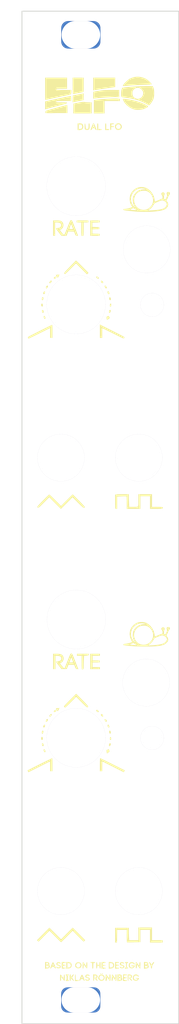
<source format=kicad_pcb>
(kicad_pcb (version 20171130) (host pcbnew "(5.1.9-0-10_14)")

  (general
    (thickness 1.6)
    (drawings 6)
    (tracks 0)
    (zones 0)
    (modules 16)
    (nets 1)
  )

  (page A4)
  (layers
    (0 F.Cu signal)
    (31 B.Cu signal)
    (32 B.Adhes user hide)
    (33 F.Adhes user hide)
    (34 B.Paste user)
    (35 F.Paste user)
    (36 B.SilkS user)
    (37 F.SilkS user)
    (38 B.Mask user)
    (39 F.Mask user)
    (40 Dwgs.User user hide)
    (41 Cmts.User user hide)
    (42 Eco1.User user hide)
    (43 Eco2.User user hide)
    (44 Edge.Cuts user)
    (45 Margin user hide)
    (46 B.CrtYd user hide)
    (47 F.CrtYd user hide)
    (48 B.Fab user hide)
    (49 F.Fab user hide)
  )

  (setup
    (last_trace_width 0.25)
    (trace_clearance 0.2)
    (zone_clearance 0.508)
    (zone_45_only no)
    (trace_min 0.2)
    (via_size 0.6)
    (via_drill 0.4)
    (via_min_size 0.4)
    (via_min_drill 0.3)
    (uvia_size 0.3)
    (uvia_drill 0.1)
    (uvias_allowed no)
    (uvia_min_size 0.2)
    (uvia_min_drill 0.1)
    (edge_width 0.15)
    (segment_width 0.2)
    (pcb_text_width 0.3)
    (pcb_text_size 1.5 1.5)
    (mod_edge_width 0.15)
    (mod_text_size 1 1)
    (mod_text_width 0.15)
    (pad_size 5 3.5)
    (pad_drill 4.9)
    (pad_to_mask_clearance 0.2)
    (aux_axis_origin 0 128.5)
    (grid_origin -0.000058 128.500063)
    (visible_elements FFFFFF7F)
    (pcbplotparams
      (layerselection 0x010fc_ffffffff)
      (usegerberextensions false)
      (usegerberattributes false)
      (usegerberadvancedattributes false)
      (creategerberjobfile false)
      (excludeedgelayer true)
      (linewidth 0.100000)
      (plotframeref false)
      (viasonmask false)
      (mode 1)
      (useauxorigin false)
      (hpglpennumber 1)
      (hpglpenspeed 20)
      (hpglpendiameter 15.000000)
      (psnegative false)
      (psa4output false)
      (plotreference true)
      (plotvalue true)
      (plotinvisibletext false)
      (padsonsilk false)
      (subtractmaskfromsilk false)
      (outputformat 1)
      (mirror false)
      (drillshape 0)
      (scaleselection 1)
      (outputdirectory "output/"))
  )

  (net 0 "")

  (net_class Default "This is the default net class."
    (clearance 0.2)
    (trace_width 0.25)
    (via_dia 0.6)
    (via_drill 0.4)
    (uvia_dia 0.3)
    (uvia_drill 0.1)
  )

  (module LOGO (layer F.Cu) (tedit 607765D9) (tstamp 607768B8)
    (at 9.900058 64.150061)
    (fp_text reference G*** (at 0 0) (layer F.SilkS) hide
      (effects (font (size 1.524 1.524) (thickness 0.3)))
    )
    (fp_text value LOGO (at 0.75 0) (layer F.SilkS) hide
      (effects (font (size 1.524 1.524) (thickness 0.3)))
    )
    (fp_poly (pts (xy 5.065465 -55.826292) (xy 5.470921 -55.748242) (xy 5.86083 -55.592514) (xy 5.889325 -55.577591)
      (xy 6.005072 -55.503566) (xy 6.143977 -55.396608) (xy 6.290607 -55.271053) (xy 6.429531 -55.14124)
      (xy 6.545318 -55.021503) (xy 6.622536 -54.926181) (xy 6.646334 -54.874284) (xy 6.605675 -54.861891)
      (xy 6.490382 -54.848822) (xy 6.310472 -54.835725) (xy 6.075968 -54.82325) (xy 5.796889 -54.812047)
      (xy 5.583602 -54.805398) (xy 5.243228 -54.79406) (xy 4.886406 -54.77887) (xy 4.536094 -54.761037)
      (xy 4.215249 -54.741769) (xy 3.946829 -54.722275) (xy 3.858519 -54.714613) (xy 3.621383 -54.693322)
      (xy 3.405975 -54.675178) (xy 3.230092 -54.661591) (xy 3.11153 -54.653971) (xy 3.078663 -54.652835)
      (xy 2.961159 -54.652333) (xy 3.032168 -54.789917) (xy 3.118217 -54.916162) (xy 3.254342 -55.071467)
      (xy 3.420779 -55.237028) (xy 3.597764 -55.394041) (xy 3.765536 -55.523701) (xy 3.876669 -55.593423)
      (xy 4.256255 -55.748978) (xy 4.656549 -55.826569) (xy 5.065465 -55.826292)) (layer F.SilkS) (width 0.01))
    (fp_poly (pts (xy 1.989667 -54.52917) (xy 1.852084 -54.505519) (xy 1.774411 -54.493277) (xy 1.625446 -54.470798)
      (xy 1.417695 -54.439931) (xy 1.163664 -54.402525) (xy 0.87586 -54.36043) (xy 0.567853 -54.315649)
      (xy 0.260426 -54.270656) (xy -0.024208 -54.228189) (xy -0.273869 -54.19013) (xy -0.476378 -54.15836)
      (xy -0.619557 -54.134759) (xy -0.691226 -54.121209) (xy -0.691564 -54.121125) (xy -0.804333 -54.092822)
      (xy -0.804333 -55.710667) (xy 1.989667 -55.710667) (xy 1.989667 -54.52917)) (layer F.SilkS) (width 0.01))
    (fp_poly (pts (xy -2.032 -54.801307) (xy -2.032188 -54.502001) (xy -2.033488 -54.276571) (xy -2.037006 -54.114222)
      (xy -2.043846 -54.004164) (xy -2.055113 -53.935603) (xy -2.071912 -53.897748) (xy -2.095347 -53.879807)
      (xy -2.126523 -53.870987) (xy -2.12725 -53.870826) (xy -2.206709 -53.854728) (xy -2.347923 -53.827535)
      (xy -2.529356 -53.793353) (xy -2.688166 -53.763884) (xy -2.887922 -53.726853) (xy -3.066278 -53.693396)
      (xy -3.201007 -53.667704) (xy -3.261707 -53.655712) (xy -3.353309 -53.649106) (xy -3.39929 -53.663068)
      (xy -3.407624 -53.71206) (xy -3.415056 -53.833647) (xy -3.421239 -54.015761) (xy -3.425828 -54.246332)
      (xy -3.42848 -54.513291) (xy -3.429 -54.701722) (xy -3.429 -55.710667) (xy -2.032 -55.710667)
      (xy -2.032 -54.801307)) (layer F.SilkS) (width 0.01))
    (fp_poly (pts (xy 2.497667 -53.224305) (xy 2.207279 -53.245082) (xy 2.031428 -53.250437) (xy 1.78663 -53.247624)
      (xy 1.488115 -53.237588) (xy 1.151111 -53.22127) (xy 0.790848 -53.199613) (xy 0.422555 -53.17356)
      (xy 0.061459 -53.144053) (xy -0.277209 -53.112035) (xy -0.578221 -53.07845) (xy -0.66675 -53.067176)
      (xy -0.804333 -53.04899) (xy -0.804333 -53.490828) (xy -0.801501 -53.672758) (xy -0.793845 -53.818388)
      (xy -0.782626 -53.910157) (xy -0.772583 -53.933074) (xy -0.721644 -53.940015) (xy -0.602855 -53.958839)
      (xy -0.431797 -53.987002) (xy -0.224049 -54.021959) (xy -0.127 -54.0385) (xy 0.088614 -54.073665)
      (xy 0.281167 -54.10014) (xy 0.468981 -54.119119) (xy 0.670379 -54.131795) (xy 0.903685 -54.139361)
      (xy 1.187222 -54.143009) (xy 1.49225 -54.143926) (xy 2.497667 -54.144333) (xy 2.497667 -53.224305)) (layer F.SilkS) (width 0.01))
    (fp_poly (pts (xy -4.148666 -54.313667) (xy -4.850271 -54.313667) (xy -5.109213 -54.313033) (xy -5.29507 -54.310301)
      (xy -5.41942 -54.304221) (xy -5.493841 -54.293547) (xy -5.529911 -54.277031) (xy -5.539207 -54.253424)
      (xy -5.537631 -54.239583) (xy -5.526816 -54.215586) (xy -5.497933 -54.197111) (xy -5.440724 -54.183259)
      (xy -5.344926 -54.173135) (xy -5.20028 -54.165839) (xy -4.996524 -54.160474) (xy -4.723399 -54.156143)
      (xy -4.56086 -54.154122) (xy -3.598333 -54.142744) (xy -3.598333 -53.955795) (xy -3.60072 -53.817656)
      (xy -3.615889 -53.716437) (xy -3.655856 -53.643033) (xy -3.732634 -53.588341) (xy -3.858239 -53.543259)
      (xy -4.044685 -53.498683) (xy -4.260148 -53.454357) (xy -4.466496 -53.412115) (xy -4.716233 -53.360043)
      (xy -4.996916 -53.300827) (xy -5.296104 -53.237156) (xy -5.601353 -53.171717) (xy -5.900221 -53.107198)
      (xy -6.180265 -53.046286) (xy -6.429042 -52.991668) (xy -6.634109 -52.946032) (xy -6.783025 -52.912066)
      (xy -6.863345 -52.892457) (xy -6.868583 -52.890958) (xy -6.888634 -52.889273) (xy -6.904712 -52.90308)
      (xy -6.917253 -52.94061) (xy -6.926692 -53.010095) (xy -6.933467 -53.119769) (xy -6.938013 -53.277862)
      (xy -6.940766 -53.492608) (xy -6.942162 -53.772239) (xy -6.942637 -54.124986) (xy -6.942666 -54.289647)
      (xy -6.942666 -55.710667) (xy -4.148666 -55.710667) (xy -4.148666 -54.313667)) (layer F.SilkS) (width 0.01))
    (fp_poly (pts (xy -2.041111 -53.288828) (xy -2.053166 -52.858184) (xy -3.431802 -52.592474) (xy -3.419818 -53.019154)
      (xy -3.407833 -53.445833) (xy -2.8575 -53.554253) (xy -2.638633 -53.597447) (xy -2.437957 -53.637187)
      (xy -2.276345 -53.669331) (xy -2.174668 -53.689737) (xy -2.168111 -53.691073) (xy -2.029055 -53.719473)
      (xy -2.041111 -53.288828)) (layer F.SilkS) (width 0.01))
    (fp_poly (pts (xy 6.219629 -54.644454) (xy 6.221738 -54.644406) (xy 6.791975 -54.631167) (xy 6.875902 -54.4195)
      (xy 6.930186 -54.216073) (xy 6.960393 -53.95916) (xy 6.966784 -53.676374) (xy 6.949617 -53.395321)
      (xy 6.909152 -53.143614) (xy 6.862455 -52.987608) (xy 6.792702 -52.839959) (xy 6.697571 -52.676012)
      (xy 6.589666 -52.513453) (xy 6.48159 -52.369967) (xy 6.385945 -52.26324) (xy 6.315336 -52.210955)
      (xy 6.307502 -52.208872) (xy 6.227467 -52.225175) (xy 6.1595 -52.264752) (xy 6.0409 -52.341987)
      (xy 5.86328 -52.438525) (xy 5.647188 -52.544733) (xy 5.413175 -52.650979) (xy 5.181787 -52.747629)
      (xy 4.973576 -52.82505) (xy 4.941216 -52.835851) (xy 4.692576 -52.907548) (xy 4.385426 -52.981474)
      (xy 4.045603 -53.052512) (xy 3.698945 -53.115546) (xy 3.371288 -53.165457) (xy 3.140462 -53.192476)
      (xy 2.96655 -53.215308) (xy 2.85386 -53.254624) (xy 2.789259 -53.326705) (xy 2.759608 -53.44783)
      (xy 2.751774 -53.634282) (xy 2.751667 -53.674362) (xy 2.760233 -53.864154) (xy 4.186314 -53.864154)
      (xy 4.191985 -53.621644) (xy 4.229259 -53.439371) (xy 4.304612 -53.296718) (xy 4.39553 -53.198292)
      (xy 4.500049 -53.129367) (xy 4.643271 -53.063674) (xy 4.785692 -53.017358) (xy 4.868334 -53.00505)
      (xy 4.947451 -53.01868) (xy 5.06376 -53.052459) (xy 5.093386 -53.062667) (xy 5.279293 -53.153039)
      (xy 5.413189 -53.28271) (xy 5.513571 -53.461188) (xy 5.577367 -53.688631) (xy 5.558075 -53.902209)
      (xy 5.455226 -54.104234) (xy 5.36035 -54.21379) (xy 5.158178 -54.366803) (xy 4.945402 -54.437146)
      (xy 4.729561 -54.424851) (xy 4.518194 -54.329947) (xy 4.372282 -54.209756) (xy 4.263455 -54.089803)
      (xy 4.206983 -53.990956) (xy 4.187141 -53.883987) (xy 4.186314 -53.864154) (xy 2.760233 -53.864154)
      (xy 2.762696 -53.91872) (xy 2.793341 -54.132557) (xy 2.83994 -54.300878) (xy 2.898831 -54.408684)
      (xy 2.938139 -54.437937) (xy 3.034857 -54.459733) (xy 3.204092 -54.483234) (xy 3.433729 -54.507679)
      (xy 3.711652 -54.532305) (xy 4.025748 -54.556352) (xy 4.363902 -54.579057) (xy 4.714 -54.599659)
      (xy 5.063926 -54.617395) (xy 5.401567 -54.631505) (xy 5.714807 -54.641225) (xy 5.991533 -54.645796)
      (xy 6.219629 -54.644454)) (layer F.SilkS) (width 0.01))
    (fp_poly (pts (xy -3.649001 -53.362467) (xy -3.633989 -53.307927) (xy -3.623365 -53.193845) (xy -3.6195 -53.050744)
      (xy -3.6195 -52.7685) (xy -4.582583 -52.757122) (xy -4.89193 -52.753174) (xy -5.126839 -52.748925)
      (xy -5.297533 -52.743364) (xy -5.414238 -52.73548) (xy -5.487179 -52.724262) (xy -5.52658 -52.708697)
      (xy -5.542667 -52.687776) (xy -5.545666 -52.661872) (xy -5.541647 -52.630915) (xy -5.521594 -52.608684)
      (xy -5.473513 -52.593739) (xy -5.38541 -52.58464) (xy -5.245292 -52.579946) (xy -5.041164 -52.578217)
      (xy -4.847166 -52.578) (xy -4.614767 -52.576182) (xy -4.41519 -52.57115) (xy -4.262371 -52.563539)
      (xy -4.170243 -52.553983) (xy -4.149315 -52.54625) (xy -4.159593 -52.508927) (xy -4.194789 -52.472947)
      (xy -4.263835 -52.435045) (xy -4.375667 -52.391959) (xy -4.539217 -52.340427) (xy -4.763419 -52.277186)
      (xy -5.057209 -52.198972) (xy -5.207 -52.159965) (xy -5.510257 -52.081013) (xy -5.809527 -52.002505)
      (xy -6.087405 -51.92905) (xy -6.326485 -51.86526) (xy -6.50936 -51.815744) (xy -6.57225 -51.798349)
      (xy -6.942666 -51.69466) (xy -6.942666 -52.694949) (xy -6.76275 -52.740112) (xy -6.658469 -52.764591)
      (xy -6.485047 -52.803372) (xy -6.256234 -52.853521) (xy -5.985782 -52.912102) (xy -5.687443 -52.976178)
      (xy -5.374968 -53.042813) (xy -5.062108 -53.109071) (xy -4.762614 -53.172018) (xy -4.490238 -53.228716)
      (xy -4.258732 -53.276229) (xy -4.135834 -53.300966) (xy -3.948713 -53.335166) (xy -3.792958 -53.357953)
      (xy -3.686694 -53.367038) (xy -3.649001 -53.362467)) (layer F.SilkS) (width 0.01))
    (fp_poly (pts (xy 3.111148 -53.026362) (xy 3.249832 -53.012497) (xy 3.448045 -52.985645) (xy 3.714682 -52.944996)
      (xy 3.937 -52.909484) (xy 4.335593 -52.830644) (xy 4.747907 -52.723318) (xy 5.148885 -52.595442)
      (xy 5.513469 -52.45495) (xy 5.796499 -52.320681) (xy 5.991859 -52.214304) (xy 6.117491 -52.13716)
      (xy 6.178557 -52.078988) (xy 6.180217 -52.029522) (xy 6.127633 -51.978499) (xy 6.025966 -51.915656)
      (xy 6.005979 -51.9041) (xy 5.839867 -51.818494) (xy 5.662022 -51.742096) (xy 5.568172 -51.709294)
      (xy 5.342098 -51.659681) (xy 5.079249 -51.630703) (xy 4.812324 -51.623767) (xy 4.574019 -51.640277)
      (xy 4.459727 -51.661674) (xy 4.111606 -51.787201) (xy 3.7788 -51.97595) (xy 3.479734 -52.213895)
      (xy 3.232837 -52.48701) (xy 3.096937 -52.699019) (xy 3.028823 -52.833629) (xy 2.980691 -52.941761)
      (xy 2.963334 -52.998134) (xy 2.976793 -53.018371) (xy 3.0231 -53.02805) (xy 3.111148 -53.026362)) (layer F.SilkS) (width 0.01))
    (fp_poly (pts (xy 2.331499 -53.060249) (xy 2.360084 -53.057451) (xy 2.489072 -53.040022) (xy 2.555007 -53.01545)
      (xy 2.579043 -52.967769) (xy 2.582334 -52.889672) (xy 2.582334 -52.747333) (xy 0.635 -52.747333)
      (xy 0.635 -51.181) (xy -0.719666 -51.181) (xy -0.719666 -52.866891) (xy -0.560916 -52.891926)
      (xy -0.333804 -52.922599) (xy -0.053049 -52.952454) (xy 0.26641 -52.980643) (xy 0.609635 -53.006322)
      (xy 0.961687 -53.028643) (xy 1.307627 -53.046759) (xy 1.632516 -53.059824) (xy 1.921418 -53.066992)
      (xy 2.159391 -53.067416) (xy 2.331499 -53.060249)) (layer F.SilkS) (width 0.01))
    (fp_poly (pts (xy -1.941513 -52.629102) (xy -1.914976 -52.622979) (xy -1.785127 -52.60153) (xy -1.605545 -52.585639)
      (xy -1.411117 -52.578214) (xy -1.375226 -52.578) (xy -1.016 -52.578) (xy -1.016 -51.181)
      (xy -3.346597 -51.181) (xy -3.334882 -51.801224) (xy -3.323166 -52.421447) (xy -2.709333 -52.544702)
      (xy -2.456813 -52.593739) (xy -2.270247 -52.625074) (xy -2.13316 -52.640331) (xy -2.029074 -52.641132)
      (xy -1.941513 -52.629102)) (layer F.SilkS) (width 0.01))
    (fp_poly (pts (xy -4.124228 -52.19973) (xy -4.114994 -52.091826) (xy -4.108717 -51.93198) (xy -4.106335 -51.736552)
      (xy -4.106333 -51.731333) (xy -4.106333 -51.223333) (xy -5.034204 -51.223333) (xy -5.308461 -51.222809)
      (xy -5.555754 -51.22134) (xy -5.762978 -51.219087) (xy -5.917026 -51.216208) (xy -6.004793 -51.212861)
      (xy -6.018454 -51.211416) (xy -6.083185 -51.207604) (xy -6.210934 -51.207125) (xy -6.380121 -51.209907)
      (xy -6.487583 -51.212949) (xy -6.900333 -51.226399) (xy -6.900333 -51.349368) (xy -6.886637 -51.446913)
      (xy -6.856491 -51.499432) (xy -6.798241 -51.521456) (xy -6.670246 -51.561444) (xy -6.484713 -51.616077)
      (xy -6.253846 -51.682038) (xy -5.989848 -51.756007) (xy -5.704925 -51.834666) (xy -5.411281 -51.914697)
      (xy -5.121121 -51.99278) (xy -4.846649 -52.065596) (xy -4.60007 -52.129828) (xy -4.393588 -52.182156)
      (xy -4.239408 -52.219262) (xy -4.149734 -52.237828) (xy -4.135481 -52.239333) (xy -4.124228 -52.19973)) (layer F.SilkS) (width 0.01))
    (fp_poly (pts (xy 2.560224 -49.901839) (xy 2.713592 -49.786253) (xy 2.714758 -49.785089) (xy 2.812084 -49.637506)
      (xy 2.837996 -49.477711) (xy 2.800384 -49.323146) (xy 2.707139 -49.191256) (xy 2.566151 -49.099482)
      (xy 2.38917 -49.065275) (xy 2.24716 -49.082614) (xy 2.138071 -49.149166) (xy 2.104172 -49.182282)
      (xy 1.996625 -49.344722) (xy 1.974404 -49.457297) (xy 2.082438 -49.457297) (xy 2.141437 -49.330428)
      (xy 2.162073 -49.302876) (xy 2.280749 -49.212283) (xy 2.422877 -49.19306) (xy 2.56479 -49.246234)
      (xy 2.611355 -49.283379) (xy 2.694155 -49.411686) (xy 2.700482 -49.555557) (xy 2.630609 -49.694803)
      (xy 2.605424 -49.722424) (xy 2.482376 -49.808316) (xy 2.360728 -49.812436) (xy 2.231816 -49.734361)
      (xy 2.198077 -49.70259) (xy 2.100795 -49.575538) (xy 2.082438 -49.457297) (xy 1.974404 -49.457297)
      (xy 1.962695 -49.516616) (xy 1.999213 -49.680161) (xy 2.103008 -49.817555) (xy 2.231324 -49.896249)
      (xy 2.404571 -49.937331) (xy 2.560224 -49.901839)) (layer F.SilkS) (width 0.01))
    (fp_poly (pts (xy 1.763179 -49.903321) (xy 1.844254 -49.883519) (xy 1.848918 -49.856453) (xy 1.774194 -49.826978)
      (xy 1.672167 -49.80738) (xy 1.553599 -49.783618) (xy 1.497522 -49.749301) (xy 1.481888 -49.689174)
      (xy 1.481667 -49.675573) (xy 1.491339 -49.608988) (xy 1.536156 -49.579398) (xy 1.639815 -49.572356)
      (xy 1.651 -49.572333) (xy 1.768743 -49.561848) (xy 1.81726 -49.527089) (xy 1.820334 -49.508833)
      (xy 1.792372 -49.46468) (xy 1.699682 -49.446486) (xy 1.651 -49.445333) (xy 1.481667 -49.445333)
      (xy 1.481667 -49.254833) (xy 1.473357 -49.129272) (xy 1.4451 -49.072079) (xy 1.418167 -49.064333)
      (xy 1.388555 -49.078323) (xy 1.369544 -49.129574) (xy 1.359045 -49.232014) (xy 1.354967 -49.399567)
      (xy 1.354667 -49.487667) (xy 1.354667 -49.911) (xy 1.608667 -49.911) (xy 1.763179 -49.903321)) (layer F.SilkS) (width 0.01))
    (fp_poly (pts (xy 0.814913 -49.895638) (xy 0.834344 -49.839717) (xy 0.84406 -49.728487) (xy 0.846667 -49.551167)
      (xy 0.846667 -49.191333) (xy 1.037167 -49.191333) (xy 1.162728 -49.183023) (xy 1.219921 -49.154766)
      (xy 1.227667 -49.127833) (xy 1.20816 -49.090962) (xy 1.13901 -49.071166) (xy 1.004271 -49.064459)
      (xy 0.973667 -49.064333) (xy 0.719667 -49.064333) (xy 0.719667 -49.487667) (xy 0.721765 -49.685076)
      (xy 0.729453 -49.811817) (xy 0.744819 -49.881815) (xy 0.769952 -49.908997) (xy 0.783167 -49.911)
      (xy 0.814913 -49.895638)) (layer F.SilkS) (width 0.01))
    (fp_poly (pts (xy -0.201087 -49.895638) (xy -0.181656 -49.839717) (xy -0.17194 -49.728487) (xy -0.169333 -49.551167)
      (xy -0.169333 -49.191333) (xy 0.042334 -49.191333) (xy 0.175443 -49.184536) (xy 0.240456 -49.160999)
      (xy 0.254 -49.127833) (xy 0.23563 -49.092215) (xy 0.169989 -49.072419) (xy 0.041283 -49.064798)
      (xy -0.021166 -49.064333) (xy -0.296333 -49.064333) (xy -0.296333 -49.487667) (xy -0.294235 -49.685076)
      (xy -0.286547 -49.811817) (xy -0.271181 -49.881815) (xy -0.246048 -49.908997) (xy -0.232833 -49.911)
      (xy -0.201087 -49.895638)) (layer F.SilkS) (width 0.01))
    (fp_poly (pts (xy -0.751442 -49.917572) (xy -0.69016 -49.836874) (xy -0.6143 -49.679465) (xy -0.556939 -49.537497)
      (xy -0.494536 -49.376193) (xy -0.44117 -49.23889) (xy -0.406359 -49.150069) (xy -0.401716 -49.138417)
      (xy -0.398 -49.076671) (xy -0.434835 -49.064333) (xy -0.49295 -49.099731) (xy -0.547855 -49.185511)
      (xy -0.550333 -49.191333) (xy -0.598897 -49.277237) (xy -0.669757 -49.312569) (xy -0.762 -49.318333)
      (xy -0.873883 -49.307969) (xy -0.936729 -49.263077) (xy -0.973666 -49.191333) (xy -1.024093 -49.111773)
      (xy -1.083861 -49.065714) (xy -1.130383 -49.065227) (xy -1.143 -49.100844) (xy -1.127656 -49.154729)
      (xy -1.086942 -49.26509) (xy -1.028838 -49.410581) (xy -1.012465 -49.450094) (xy -0.984104 -49.518313)
      (xy -0.840569 -49.518313) (xy -0.820209 -49.458956) (xy -0.762 -49.445333) (xy -0.693229 -49.464213)
      (xy -0.677333 -49.49045) (xy -0.695894 -49.560427) (xy -0.726315 -49.627089) (xy -0.764758 -49.690429)
      (xy -0.788465 -49.680809) (xy -0.808006 -49.634889) (xy -0.840569 -49.518313) (xy -0.984104 -49.518313)
      (xy -0.944971 -49.612442) (xy -0.885871 -49.755737) (xy -0.846379 -49.852769) (xy -0.84243 -49.862685)
      (xy -0.801186 -49.925022) (xy -0.751442 -49.917572)) (layer F.SilkS) (width 0.01))
    (fp_poly (pts (xy -1.300919 -49.895049) (xy -1.281365 -49.837172) (xy -1.272021 -49.722338) (xy -1.27 -49.572333)
      (xy -1.273542 -49.392576) (xy -1.287074 -49.275508) (xy -1.314953 -49.199344) (xy -1.354666 -49.149)
      (xy -1.475673 -49.081697) (xy -1.62784 -49.067833) (xy -1.775487 -49.108875) (xy -1.810914 -49.130234)
      (xy -1.85735 -49.171072) (xy -1.885464 -49.227054) (xy -1.899736 -49.318345) (xy -1.904648 -49.465111)
      (xy -1.905 -49.553567) (xy -1.900835 -49.715574) (xy -1.889728 -49.839273) (xy -1.873754 -49.90517)
      (xy -1.866904 -49.911) (xy -1.845467 -49.872071) (xy -1.821544 -49.768378) (xy -1.799303 -49.619561)
      (xy -1.792821 -49.56175) (xy -1.773908 -49.390679) (xy -1.755504 -49.286319) (xy -1.730103 -49.231098)
      (xy -1.690201 -49.20744) (xy -1.637857 -49.198858) (xy -1.52707 -49.200337) (xy -1.455142 -49.243347)
      (xy -1.414713 -49.340108) (xy -1.398419 -49.50284) (xy -1.397 -49.598684) (xy -1.393581 -49.764589)
      (xy -1.38124 -49.861403) (xy -1.356851 -49.904503) (xy -1.3335 -49.911) (xy -1.300919 -49.895049)) (layer F.SilkS) (width 0.01))
    (fp_poly (pts (xy -2.387391 -49.905005) (xy -2.272148 -49.881068) (xy -2.196707 -49.830259) (xy -2.138877 -49.743648)
      (xy -2.136267 -49.738639) (xy -2.075727 -49.545451) (xy -2.092197 -49.36165) (xy -2.183921 -49.202888)
      (xy -2.198077 -49.188077) (xy -2.284307 -49.114153) (xy -2.373495 -49.077084) (xy -2.50039 -49.064919)
      (xy -2.55791 -49.064333) (xy -2.794 -49.064333) (xy -2.794 -49.784) (xy -2.667 -49.784)
      (xy -2.667 -49.191333) (xy -2.518833 -49.191333) (xy -2.368073 -49.22183) (xy -2.286 -49.276)
      (xy -2.215445 -49.401337) (xy -2.20991 -49.551371) (xy -2.267234 -49.689914) (xy -2.344783 -49.758615)
      (xy -2.464834 -49.78327) (xy -2.500067 -49.784) (xy -2.667 -49.784) (xy -2.794 -49.784)
      (xy -2.794 -49.911) (xy -2.564629 -49.911) (xy -2.387391 -49.905005)) (layer F.SilkS) (width 0.01))
    (fp_poly (pts (xy 5.579411 -41.819657) (xy 5.889173 -41.737131) (xy 6.182505 -41.586535) (xy 6.448789 -41.366968)
      (xy 6.621891 -41.159968) (xy 6.791837 -40.900974) (xy 6.906815 -40.670679) (xy 6.977429 -40.444224)
      (xy 7.00861 -40.253583) (xy 7.027769 -40.116694) (xy 7.048439 -40.021054) (xy 7.064552 -39.988876)
      (xy 7.122408 -40.004722) (xy 7.236443 -40.046969) (xy 7.387212 -40.107352) (xy 7.555268 -40.177603)
      (xy 7.721163 -40.249457) (xy 7.865453 -40.314647) (xy 7.96869 -40.364908) (xy 8.010935 -40.391167)
      (xy 8.041884 -40.49365) (xy 8.029067 -40.627451) (xy 7.977548 -40.754722) (xy 7.958667 -40.781782)
      (xy 7.885453 -40.911799) (xy 7.888135 -40.962667) (xy 8.043334 -40.962667) (xy 8.075548 -40.921564)
      (xy 8.085667 -40.920333) (xy 8.12677 -40.952548) (xy 8.128 -40.962667) (xy 8.095786 -41.00377)
      (xy 8.085667 -41.005) (xy 8.044564 -40.972786) (xy 8.043334 -40.962667) (xy 7.888135 -40.962667)
      (xy 7.891307 -41.02279) (xy 7.959949 -41.111994) (xy 8.069827 -41.164926) (xy 8.179828 -41.148178)
      (xy 8.262724 -41.071935) (xy 8.29006 -40.988481) (xy 8.285524 -40.885055) (xy 8.25831 -40.822043)
      (xy 8.226877 -40.749201) (xy 8.211958 -40.6298) (xy 8.212566 -40.492477) (xy 8.227715 -40.365865)
      (xy 8.25642 -40.278599) (xy 8.277744 -40.257704) (xy 8.36534 -40.265848) (xy 8.455153 -40.346729)
      (xy 8.537132 -40.48931) (xy 8.572337 -40.581175) (xy 8.610683 -40.720268) (xy 8.613129 -40.817921)
      (xy 8.588457 -40.893696) (xy 8.566066 -41.002502) (xy 8.720667 -41.002502) (xy 8.752956 -40.963807)
      (xy 8.763 -40.962667) (xy 8.800152 -40.997125) (xy 8.805334 -41.028665) (xy 8.784811 -41.072483)
      (xy 8.763 -41.0685) (xy 8.722282 -41.014379) (xy 8.720667 -41.002502) (xy 8.566066 -41.002502)
      (xy 8.560856 -41.027814) (xy 8.597224 -41.138935) (xy 8.686831 -41.20608) (xy 8.753626 -41.216667)
      (xy 8.859674 -41.199643) (xy 8.923867 -41.165867) (xy 8.970154 -41.068702) (xy 8.966769 -40.949502)
      (xy 8.917792 -40.84926) (xy 8.890025 -40.825858) (xy 8.828429 -40.756323) (xy 8.765204 -40.637596)
      (xy 8.735902 -40.560916) (xy 8.678567 -40.41209) (xy 8.612867 -40.277874) (xy 8.584424 -40.23185)
      (xy 8.502428 -40.114867) (xy 8.61156 -39.985171) (xy 8.726936 -39.793548) (xy 8.758352 -39.595045)
      (xy 8.705883 -39.393099) (xy 8.594768 -39.220554) (xy 8.470381 -39.098203) (xy 8.31144 -38.996538)
      (xy 8.10896 -38.912912) (xy 7.853956 -38.844678) (xy 7.537443 -38.789189) (xy 7.150436 -38.743799)
      (xy 6.902455 -38.722035) (xy 6.561494 -38.701721) (xy 6.166805 -38.689376) (xy 5.74897 -38.685251)
      (xy 5.338577 -38.689598) (xy 4.966208 -38.702667) (xy 4.910667 -38.705672) (xy 4.766159 -38.715789)
      (xy 4.567633 -38.732192) (xy 4.333033 -38.753133) (xy 4.080299 -38.776867) (xy 3.827374 -38.801645)
      (xy 3.592201 -38.82572) (xy 3.477905 -38.83811) (xy 6.1595 -38.83811) (xy 6.667072 -38.866906)
      (xy 6.908935 -38.883892) (xy 7.160389 -38.906975) (xy 7.386725 -38.932713) (xy 7.513738 -38.950809)
      (xy 7.784729 -38.998753) (xy 7.988433 -39.045765) (xy 8.141941 -39.09792) (xy 8.262343 -39.161295)
      (xy 8.366729 -39.241964) (xy 8.388209 -39.261665) (xy 8.525316 -39.433231) (xy 8.579897 -39.606729)
      (xy 8.553506 -39.774113) (xy 8.447695 -39.927338) (xy 8.264014 -40.058357) (xy 8.231353 -40.074868)
      (xy 8.135723 -40.117614) (xy 8.051019 -40.141075) (xy 7.961245 -40.142643) (xy 7.850401 -40.119713)
      (xy 7.702488 -40.069679) (xy 7.501508 -39.989934) (xy 7.366 -39.933899) (xy 7.18889 -39.856896)
      (xy 7.070953 -39.793617) (xy 6.991642 -39.72927) (xy 6.930411 -39.649065) (xy 6.900334 -39.598711)
      (xy 6.765402 -39.37833) (xy 6.639414 -39.213917) (xy 6.502206 -39.081936) (xy 6.37775 -38.988653)
      (xy 6.1595 -38.83811) (xy 3.477905 -38.83811) (xy 3.392721 -38.847344) (xy 3.246876 -38.864772)
      (xy 3.185584 -38.873664) (xy 3.082052 -38.909218) (xy 3.048112 -38.972544) (xy 3.048 -38.977711)
      (xy 3.051282 -38.987943) (xy 3.943213 -38.987943) (xy 3.956756 -38.957175) (xy 4.036898 -38.933979)
      (xy 4.188784 -38.916335) (xy 4.417562 -38.902223) (xy 4.565671 -38.895729) (xy 4.749842 -38.888333)
      (xy 4.317162 -39.179505) (xy 4.095331 -39.080269) (xy 3.99112 -39.028301) (xy 3.943213 -38.987943)
      (xy 3.051282 -38.987943) (xy 3.06538 -39.031892) (xy 3.131758 -39.054962) (xy 3.20675 -39.058402)
      (xy 3.37562 -39.071877) (xy 3.580719 -39.106221) (xy 3.78963 -39.154257) (xy 3.969934 -39.208806)
      (xy 4.064149 -39.248244) (xy 4.149777 -39.298796) (xy 4.169233 -39.33883) (xy 4.136232 -39.388802)
      (xy 3.988534 -39.616013) (xy 3.890573 -39.892195) (xy 3.844614 -40.19621) (xy 3.846627 -40.271493)
      (xy 3.998426 -40.271493) (xy 4.040616 -39.984683) (xy 4.118291 -39.757594) (xy 4.236176 -39.549203)
      (xy 4.410366 -39.331834) (xy 4.437938 -39.301525) (xy 4.51463 -39.231339) (xy 4.563152 -39.207932)
      (xy 4.569395 -39.231424) (xy 4.520229 -39.300824) (xy 4.369439 -39.535563) (xy 4.275374 -39.830994)
      (xy 4.24219 -40.099562) (xy 4.240801 -40.139223) (xy 4.397196 -40.139223) (xy 4.442133 -39.825196)
      (xy 4.55638 -39.546705) (xy 4.729503 -39.311065) (xy 4.951071 -39.125591) (xy 5.210649 -38.997598)
      (xy 5.497806 -38.934401) (xy 5.80211 -38.943315) (xy 6.024714 -38.998063) (xy 6.242724 -39.108156)
      (xy 6.453207 -39.277261) (xy 6.630712 -39.481643) (xy 6.734143 -39.659671) (xy 6.820804 -39.949121)
      (xy 6.8329 -40.241314) (xy 6.777262 -40.524197) (xy 6.660721 -40.785721) (xy 6.490105 -41.013834)
      (xy 6.272245 -41.196484) (xy 6.013971 -41.321622) (xy 5.762363 -41.374271) (xy 5.433337 -41.366626)
      (xy 5.13489 -41.286904) (xy 4.875551 -41.142823) (xy 4.663848 -40.942099) (xy 4.50831 -40.692445)
      (xy 4.417464 -40.401579) (xy 4.397196 -40.139223) (xy 4.240801 -40.139223) (xy 4.235703 -40.284675)
      (xy 4.24425 -40.419856) (xy 4.273355 -40.539305) (xy 4.328541 -40.677221) (xy 4.339422 -40.701643)
      (xy 4.484325 -40.946981) (xy 4.680903 -41.170888) (xy 4.906801 -41.35133) (xy 5.10129 -41.452587)
      (xy 5.359031 -41.516791) (xy 5.615574 -41.534167) (xy 5.760294 -41.537825) (xy 5.861989 -41.547476)
      (xy 5.901096 -41.561138) (xy 5.900585 -41.563069) (xy 5.852628 -41.586679) (xy 5.747002 -41.617766)
      (xy 5.643554 -41.64165) (xy 5.315909 -41.67072) (xy 5.006268 -41.625128) (xy 4.723059 -41.513586)
      (xy 4.474708 -41.344803) (xy 4.269642 -41.127492) (xy 4.116289 -40.870363) (xy 4.023074 -40.582126)
      (xy 3.998426 -40.271493) (xy 3.846627 -40.271493) (xy 3.852925 -40.506923) (xy 3.917772 -40.803197)
      (xy 3.97037 -40.935626) (xy 4.155751 -41.242662) (xy 4.388406 -41.487017) (xy 4.657716 -41.667792)
      (xy 4.953066 -41.784089) (xy 5.263836 -41.83501) (xy 5.579411 -41.819657)) (layer F.SilkS) (width 0.01))
    (fp_poly (pts (xy 0 -37.340865) (xy -0.910166 -37.316833) (xy -0.910166 -36.7665) (xy -0.47625 -36.754436)
      (xy -0.042333 -36.742372) (xy -0.042333 -36.494295) (xy -0.47625 -36.482231) (xy -0.910166 -36.470167)
      (xy -0.910166 -35.919833) (xy -0.455083 -35.907818) (xy 0 -35.895802) (xy 0 -35.644667)
      (xy -1.185333 -35.644667) (xy -1.185333 -37.592) (xy 0 -37.592) (xy 0 -37.340865)) (layer F.SilkS) (width 0.01))
    (fp_poly (pts (xy -3.564883 -37.615948) (xy -3.531489 -37.582859) (xy -3.492117 -37.519114) (xy -3.44214 -37.415706)
      (xy -3.376931 -37.26363) (xy -3.291864 -37.053881) (xy -3.182312 -36.777453) (xy -3.13664 -36.661536)
      (xy -3.030851 -36.392125) (xy -2.936176 -36.149562) (xy -2.856805 -35.944708) (xy -2.796931 -35.788423)
      (xy -2.760748 -35.691566) (xy -2.751666 -35.664275) (xy -2.788857 -35.651146) (xy -2.879932 -35.64478)
      (xy -2.895352 -35.644667) (xy -2.973941 -35.649733) (xy -3.027778 -35.67672) (xy -3.073533 -35.743306)
      (xy -3.127872 -35.867171) (xy -3.144788 -35.90925) (xy -3.250537 -36.173833) (xy -3.626436 -36.185878)
      (xy -4.002335 -36.197922) (xy -4.105787 -35.921294) (xy -4.209239 -35.644667) (xy -4.862354 -35.644667)
      (xy -5.20401 -36.069417) (xy -5.33278 -36.233834) (xy -5.439356 -36.378159) (xy -5.513558 -36.487997)
      (xy -5.545208 -36.548954) (xy -5.545666 -36.552554) (xy -5.507096 -36.594404) (xy -5.389214 -36.628952)
      (xy -5.281083 -36.646387) (xy -5.134153 -36.669354) (xy -5.045875 -36.698382) (xy -4.990655 -36.747933)
      (xy -4.942894 -36.832466) (xy -4.939517 -36.839354) (xy -4.892778 -36.951936) (xy -4.888722 -37.033777)
      (xy -4.918351 -37.113282) (xy -5.008471 -37.232191) (xy -5.148644 -37.304515) (xy -5.350611 -37.335404)
      (xy -5.42925 -37.337376) (xy -5.672666 -37.338) (xy -5.672666 -35.644667) (xy -5.926666 -35.644667)
      (xy -5.926666 -37.592) (xy -5.471583 -37.591842) (xy -5.254696 -37.589115) (xy -5.102495 -37.579254)
      (xy -4.995111 -37.559474) (xy -4.912673 -37.526989) (xy -4.880972 -37.509047) (xy -4.72766 -37.370459)
      (xy -4.635262 -37.191419) (xy -4.605237 -36.991757) (xy -4.639045 -36.791303) (xy -4.738147 -36.609886)
      (xy -4.80928 -36.535441) (xy -4.905399 -36.458254) (xy -4.978502 -36.412281) (xy -4.996806 -36.406667)
      (xy -5.0344 -36.373266) (xy -5.03708 -36.35375) (xy -5.010416 -36.296563) (xy -4.94164 -36.198878)
      (xy -4.846556 -36.079216) (xy -4.740965 -35.956098) (xy -4.64067 -35.848041) (xy -4.561473 -35.773568)
      (xy -4.522344 -35.7505) (xy -4.494468 -35.788221) (xy -4.441178 -35.894114) (xy -4.367308 -36.05727)
      (xy -4.277694 -36.266783) (xy -4.177171 -36.511747) (xy -4.169943 -36.5299) (xy -3.852333 -36.5299)
      (xy -3.814013 -36.508953) (xy -3.714992 -36.494947) (xy -3.614971 -36.491333) (xy -3.473112 -36.497149)
      (xy -3.405084 -36.516241) (xy -3.39754 -36.54425) (xy -3.421549 -36.609343) (xy -3.464772 -36.727634)
      (xy -3.514322 -36.863798) (xy -3.566487 -36.992234) (xy -3.611349 -37.075873) (xy -3.639455 -37.097211)
      (xy -3.640005 -37.096631) (xy -3.670202 -37.039191) (xy -3.716275 -36.929467) (xy -3.767785 -36.795325)
      (xy -3.814292 -36.66463) (xy -3.845357 -36.565248) (xy -3.852333 -36.5299) (xy -4.169943 -36.5299)
      (xy -4.109446 -36.681833) (xy -3.992503 -36.977499) (xy -3.901109 -37.20356) (xy -3.830493 -37.369462)
      (xy -3.77588 -37.484651) (xy -3.732498 -37.558573) (xy -3.695574 -37.600674) (xy -3.660334 -37.620399)
      (xy -3.632245 -37.626179) (xy -3.596926 -37.627386) (xy -3.564883 -37.615948)) (layer F.SilkS) (width 0.01))
    (fp_poly (pts (xy -1.439333 -37.338) (xy -2.032 -37.338) (xy -2.032 -36.491333) (xy -2.033859 -36.219528)
      (xy -2.039104 -35.988042) (xy -2.047231 -35.807805) (xy -2.05774 -35.689748) (xy -2.070128 -35.644801)
      (xy -2.070871 -35.644667) (xy -2.144753 -35.632878) (xy -2.166121 -35.626854) (xy -2.25499 -35.624386)
      (xy -2.275416 -35.630382) (xy -2.294682 -35.660397) (xy -2.309073 -35.738289) (xy -2.319094 -35.872286)
      (xy -2.325248 -36.070617) (xy -2.32804 -36.341511) (xy -2.328333 -36.494861) (xy -2.328333 -37.338)
      (xy -2.921 -37.338) (xy -2.921 -37.592) (xy -1.439333 -37.592) (xy -1.439333 -37.338)) (layer F.SilkS) (width 0.01))
    (fp_poly (pts (xy -2.972431 -32.475693) (xy -2.886012 -32.397427) (xy -2.756234 -32.274482) (xy -2.591189 -32.114616)
      (xy -2.398969 -31.925586) (xy -2.201814 -31.729314) (xy -1.419771 -30.946414) (xy -1.609362 -30.756823)
      (xy -2.305996 -31.452498) (xy -3.002631 -32.148173) (xy -3.67881 -31.473727) (xy -3.875564 -31.278671)
      (xy -4.053541 -31.104492) (xy -4.203643 -30.959913) (xy -4.316767 -30.853656) (xy -4.383814 -30.794445)
      (xy -4.397129 -30.785235) (xy -4.4467 -30.806782) (xy -4.487428 -30.861177) (xy -4.497962 -30.893245)
      (xy -4.492094 -30.932348) (xy -4.463557 -30.986141) (xy -4.406082 -31.062277) (xy -4.3134 -31.168411)
      (xy -4.179243 -31.312196) (xy -3.997342 -31.501288) (xy -3.783265 -31.721) (xy -3.5779 -31.930638)
      (xy -3.392053 -32.119386) (xy -3.233886 -32.279033) (xy -3.11156 -32.401368) (xy -3.033239 -32.478178)
      (xy -3.007399 -32.501524) (xy -2.972431 -32.475693)) (layer F.SilkS) (width 0.01))
    (fp_poly (pts (xy -5.137245 -30.72069) (xy -5.142576 -30.674964) (xy -5.177803 -30.585327) (xy -5.229 -30.48031)
      (xy -5.282241 -30.388447) (xy -5.323598 -30.338268) (xy -5.324052 -30.337982) (xy -5.363922 -30.358111)
      (xy -5.428813 -30.43239) (xy -5.471533 -30.493859) (xy -5.585418 -30.6705) (xy -5.371741 -30.706005)
      (xy -5.246365 -30.722489) (xy -5.159437 -30.725812) (xy -5.137245 -30.72069)) (layer F.SilkS) (width 0.01))
    (fp_poly (pts (xy -0.250722 -30.451698) (xy -0.159862 -30.387455) (xy -0.102405 -30.309517) (xy -0.097897 -30.252584)
      (xy -0.152535 -30.192846) (xy -0.244843 -30.205936) (xy -0.328083 -30.254551) (xy -0.398549 -30.330025)
      (xy -0.421999 -30.409208) (xy -0.39599 -30.466196) (xy -0.34925 -30.479059) (xy -0.250722 -30.451698)) (layer F.SilkS) (width 0.01))
    (fp_poly (pts (xy -5.517421 -30.453551) (xy -5.510123 -30.38779) (xy -5.559961 -30.303097) (xy -5.598583 -30.265944)
      (xy -5.712803 -30.195172) (xy -5.792953 -30.201752) (xy -5.829221 -30.253761) (xy -5.818632 -30.329185)
      (xy -5.753009 -30.407312) (xy -5.657845 -30.46469) (xy -5.58331 -30.48) (xy -5.517421 -30.453551)) (layer F.SilkS) (width 0.01))
    (fp_poly (pts (xy 0.275087 -29.946817) (xy 0.353176 -29.89159) (xy 0.424297 -29.810997) (xy 0.463682 -29.728948)
      (xy 0.465667 -29.710621) (xy 0.436124 -29.648282) (xy 0.364752 -29.636756) (xy 0.277432 -29.676027)
      (xy 0.239395 -29.71075) (xy 0.179637 -29.812615) (xy 0.177662 -29.905846) (xy 0.214801 -29.95277)
      (xy 0.275087 -29.946817)) (layer F.SilkS) (width 0.01))
    (fp_poly (pts (xy -6.121791 -29.939875) (xy -6.115038 -29.861706) (xy -6.151755 -29.764809) (xy -6.166415 -29.74274)
      (xy -6.255223 -29.659931) (xy -6.345531 -29.635804) (xy -6.413865 -29.676353) (xy -6.415626 -29.679107)
      (xy -6.405379 -29.731798) (xy -6.352759 -29.813332) (xy -6.279668 -29.89744) (xy -6.208007 -29.957855)
      (xy -6.171418 -29.972) (xy -6.121791 -29.939875)) (layer F.SilkS) (width 0.01))
    (fp_poly (pts (xy 0.775249 -29.295681) (xy 0.83061 -29.236873) (xy 0.904305 -29.122068) (xy 0.916459 -29.028661)
      (xy 0.866356 -28.972141) (xy 0.843152 -28.96542) (xy 0.778484 -28.99247) (xy 0.706943 -29.083759)
      (xy 0.696834 -29.101764) (xy 0.648608 -29.206525) (xy 0.646531 -29.269868) (xy 0.671058 -29.304496)
      (xy 0.718243 -29.32812) (xy 0.775249 -29.295681)) (layer F.SilkS) (width 0.01))
    (fp_poly (pts (xy -6.610095 -29.31296) (xy -6.587627 -29.24503) (xy -6.610648 -29.146482) (xy -6.64907 -29.079157)
      (xy -6.734473 -28.981479) (xy -6.797776 -28.962845) (xy -6.843619 -29.021965) (xy -6.844735 -29.024827)
      (xy -6.841537 -29.112778) (xy -6.794522 -29.217753) (xy -6.724595 -29.302192) (xy -6.675723 -29.328495)
      (xy -6.610095 -29.31296)) (layer F.SilkS) (width 0.01))
    (fp_poly (pts (xy 1.139725 -28.581498) (xy 1.201708 -28.495875) (xy 1.246501 -28.393291) (xy 1.256246 -28.306575)
      (xy 1.253225 -28.296013) (xy 1.199126 -28.242111) (xy 1.123924 -28.251624) (xy 1.059823 -28.318217)
      (xy 1.022724 -28.426764) (xy 1.018563 -28.530954) (xy 1.045564 -28.60221) (xy 1.078413 -28.617333)
      (xy 1.139725 -28.581498)) (layer F.SilkS) (width 0.01))
    (fp_poly (pts (xy -6.966811 -28.562337) (xy -6.952301 -28.471173) (xy -6.982244 -28.349415) (xy -7.039755 -28.264429)
      (xy -7.110593 -28.237791) (xy -7.169941 -28.276034) (xy -7.180371 -28.297262) (xy -7.180391 -28.381594)
      (xy -7.142454 -28.4823) (xy -7.084086 -28.565148) (xy -7.027342 -28.596167) (xy -6.966811 -28.562337)) (layer F.SilkS) (width 0.01))
    (fp_poly (pts (xy 1.399808 -27.776753) (xy 1.435319 -27.671053) (xy 1.439334 -27.617317) (xy 1.428519 -27.516553)
      (xy 1.388179 -27.477452) (xy 1.359196 -27.474333) (xy 1.279643 -27.505458) (xy 1.253363 -27.541296)
      (xy 1.229725 -27.653856) (xy 1.235279 -27.76331) (xy 1.26768 -27.832344) (xy 1.271855 -27.835313)
      (xy 1.34018 -27.838197) (xy 1.399808 -27.776753)) (layer F.SilkS) (width 0.01))
    (fp_poly (pts (xy -7.188449 -27.827273) (xy -7.165434 -27.7384) (xy -7.178158 -27.62322) (xy -7.213638 -27.514735)
      (xy -7.271736 -27.475256) (xy -7.286044 -27.474333) (xy -7.345818 -27.497367) (xy -7.365697 -27.579154)
      (xy -7.366 -27.597871) (xy -7.349613 -27.753273) (xy -7.302421 -27.839594) (xy -7.258136 -27.855333)
      (xy -7.188449 -27.827273)) (layer F.SilkS) (width 0.01))
    (fp_poly (pts (xy 1.453584 -27.038226) (xy 1.475679 -26.987894) (xy 1.481651 -26.873296) (xy 1.481667 -26.863604)
      (xy 1.476481 -26.743659) (xy 1.454427 -26.686421) (xy 1.40576 -26.670229) (xy 1.394566 -26.67)
      (xy 1.340246 -26.680671) (xy 1.318265 -26.727658) (xy 1.319356 -26.833418) (xy 1.320483 -26.849552)
      (xy 1.341136 -26.975772) (xy 1.384021 -27.034908) (xy 1.407584 -27.043156) (xy 1.453584 -27.038226)) (layer F.SilkS) (width 0.01))
    (fp_poly (pts (xy -7.278598 -27.000521) (xy -7.251043 -26.891483) (xy -7.247149 -26.849552) (xy -7.244135 -26.735917)
      (xy -7.263187 -26.683557) (xy -7.313449 -26.670073) (xy -7.320426 -26.67) (xy -7.401554 -26.707258)
      (xy -7.432516 -26.772778) (xy -7.442768 -26.896858) (xy -7.414691 -26.99469) (xy -7.357332 -27.042326)
      (xy -7.330633 -27.042459) (xy -7.278598 -27.000521)) (layer F.SilkS) (width 0.01))
    (fp_poly (pts (xy 1.418953 -26.169835) (xy 1.412283 -26.049683) (xy 1.407613 -26.030245) (xy 1.360397 -25.927797)
      (xy 1.295165 -25.872606) (xy 1.231926 -25.877769) (xy 1.210636 -25.901308) (xy 1.198323 -25.97957)
      (xy 1.216718 -26.087477) (xy 1.255345 -26.185959) (xy 1.300032 -26.23476) (xy 1.379532 -26.235337)
      (xy 1.418953 -26.169835)) (layer F.SilkS) (width 0.01))
    (fp_poly (pts (xy -7.189571 -26.194997) (xy -7.152073 -26.0985) (xy -7.140073 -25.990515) (xy -7.145603 -25.918583)
      (xy -7.19172 -25.868188) (xy -7.25651 -25.882951) (xy -7.315991 -25.954892) (xy -7.326422 -25.978749)
      (xy -7.357638 -26.114783) (xy -7.331543 -26.199431) (xy -7.260002 -26.2255) (xy -7.189571 -26.194997)) (layer F.SilkS) (width 0.01))
    (fp_poly (pts (xy -6.995167 -25.4438) (xy -6.943793 -25.360386) (xy -6.912586 -25.2388) (xy -6.92274 -25.149482)
      (xy -6.964956 -25.107347) (xy -7.029933 -25.127306) (xy -7.066589 -25.163458) (xy -7.106954 -25.249488)
      (xy -7.124689 -25.341716) (xy -7.109862 -25.442493) (xy -7.059902 -25.477221) (xy -6.995167 -25.4438)) (layer F.SilkS) (width 0.01))
    (fp_poly (pts (xy 1.208162 -25.437833) (xy 1.227667 -25.355168) (xy 1.245876 -25.287746) (xy 1.27 -25.273)
      (xy 1.310688 -25.254267) (xy 1.277956 -25.200018) (xy 1.173818 -25.113176) (xy 1.145916 -25.093083)
      (xy 1.045516 -25.024748) (xy 0.976717 -24.982873) (xy 0.961611 -24.976667) (xy 0.940755 -25.013188)
      (xy 0.916916 -25.101814) (xy 0.915459 -25.108958) (xy 0.89307 -25.256388) (xy 0.904209 -25.34699)
      (xy 0.956092 -25.404411) (xy 1.01501 -25.43511) (xy 1.138015 -25.46912) (xy 1.208162 -25.437833)) (layer F.SilkS) (width 0.01))
    (fp_poly (pts (xy 1.625264 -23.592723) (xy 2.012692 -23.398923) (xy 2.330885 -23.239049) (xy 2.586408 -23.109308)
      (xy 2.785827 -23.005905) (xy 2.935706 -22.925047) (xy 3.042611 -22.86294) (xy 3.113106 -22.815791)
      (xy 3.153758 -22.779807) (xy 3.171131 -22.751193) (xy 3.171791 -22.726155) (xy 3.163636 -22.703797)
      (xy 3.11329 -22.62959) (xy 3.071895 -22.606) (xy 3.02414 -22.624181) (xy 2.909605 -22.67586)
      (xy 2.737273 -22.756746) (xy 2.51613 -22.862545) (xy 2.255157 -22.988963) (xy 1.96334 -23.131708)
      (xy 1.698775 -23.262167) (xy 1.389305 -23.415081) (xy 1.10449 -23.555364) (xy 0.853064 -23.678749)
      (xy 0.64376 -23.780968) (xy 0.485312 -23.857756) (xy 0.386454 -23.904844) (xy 0.355752 -23.918333)
      (xy 0.349711 -23.878482) (xy 0.344608 -23.768848) (xy 0.340858 -23.604316) (xy 0.338874 -23.39977)
      (xy 0.338667 -23.3045) (xy 0.338667 -22.690667) (xy 0.042334 -22.690667) (xy 0.042334 -24.383852)
      (xy 1.625264 -23.592723)) (layer F.SilkS) (width 0.01))
    (fp_poly (pts (xy -6.03801 -24.299867) (xy -6.025233 -24.176438) (xy -6.016503 -23.974334) (xy -6.011976 -23.696509)
      (xy -6.011333 -23.516167) (xy -6.011333 -22.690667) (xy -6.307666 -22.690667) (xy -6.307214 -23.315083)
      (xy -6.306761 -23.9395) (xy -7.651297 -23.273099) (xy -7.964327 -23.118565) (xy -8.25411 -22.976687)
      (xy -8.511742 -22.851733) (xy -8.72832 -22.747973) (xy -8.894939 -22.669676) (xy -9.002697 -22.62111)
      (xy -9.041955 -22.606349) (xy -9.092351 -22.64034) (xy -9.133279 -22.70521) (xy -9.142459 -22.730809)
      (xy -9.141001 -22.756269) (xy -9.12225 -22.785452) (xy -9.079555 -22.822221) (xy -9.006262 -22.870437)
      (xy -8.895719 -22.933962) (xy -8.741271 -23.016658) (xy -8.536267 -23.122387) (xy -8.274052 -23.255012)
      (xy -7.947975 -23.418393) (xy -7.638254 -23.573043) (xy -7.303144 -23.739758) (xy -6.991049 -23.894031)
      (xy -6.710208 -24.031863) (xy -6.468858 -24.149256) (xy -6.275239 -24.24221) (xy -6.137588 -24.306728)
      (xy -6.064145 -24.33881) (xy -6.05468 -24.341667) (xy -6.03801 -24.299867)) (layer F.SilkS) (width 0.01))
    (fp_poly (pts (xy 6.688667 -1.243667) (xy 7.362472 -1.243667) (xy 7.633102 -1.242241) (xy 7.828863 -1.236225)
      (xy 7.959529 -1.223006) (xy 8.034875 -1.199976) (xy 8.064675 -1.164523) (xy 8.058703 -1.114036)
      (xy 8.036124 -1.06375) (xy 8.015254 -1.03746) (xy 7.975815 -1.01818) (xy 7.906041 -1.004848)
      (xy 7.794167 -0.996401) (xy 7.628427 -0.991774) (xy 7.397055 -0.989906) (xy 7.216344 -0.989667)
      (xy 6.434667 -0.989667) (xy 6.434667 -2.598333) (xy 5.207 -2.598333) (xy 5.207 -0.989667)
      (xy 3.471334 -0.989667) (xy 3.471334 -1.770335) (xy 3.468744 -2.096192) (xy 3.460992 -2.339079)
      (xy 3.448106 -2.498518) (xy 3.430113 -2.574033) (xy 3.425118 -2.579566) (xy 3.367666 -2.587956)
      (xy 3.242878 -2.590827) (xy 3.067901 -2.588231) (xy 2.859882 -2.580218) (xy 2.811284 -2.577728)
      (xy 2.243667 -2.547327) (xy 2.243667 -0.989667) (xy 2.144889 -0.989667) (xy 2.055984 -1.00061)
      (xy 2.017889 -1.017889) (xy 2.009422 -1.066895) (xy 2.00197 -1.18757) (xy 1.99594 -1.366916)
      (xy 1.991736 -1.591939) (xy 1.989764 -1.849641) (xy 1.989667 -1.922517) (xy 1.989667 -2.798922)
      (xy 2.148417 -2.825162) (xy 2.244206 -2.834071) (xy 2.406363 -2.841743) (xy 2.616592 -2.847615)
      (xy 2.856597 -2.851123) (xy 3.01625 -2.851868) (xy 3.725334 -2.852333) (xy 3.725334 -2.562647)
      (xy 3.727753 -2.399532) (xy 3.734301 -2.182866) (xy 3.743912 -1.943603) (xy 3.753006 -1.758313)
      (xy 3.780678 -1.243667) (xy 4.271589 -1.244245) (xy 4.505929 -1.242678) (xy 4.679796 -1.244602)
      (xy 4.802126 -1.260898) (xy 4.881855 -1.302449) (xy 4.927917 -1.380135) (xy 4.949248 -1.504839)
      (xy 4.954782 -1.687442) (xy 4.953455 -1.938826) (xy 4.953 -2.074104) (xy 4.953 -2.852333)
      (xy 6.688667 -2.852333) (xy 6.688667 -1.243667)) (layer F.SilkS) (width 0.01))
    (fp_poly (pts (xy -2.637027 -2.038912) (xy -2.396667 -1.797536) (xy -2.211033 -1.608198) (xy -2.074142 -1.463921)
      (xy -1.980008 -1.357732) (xy -1.922645 -1.282654) (xy -1.89607 -1.231714) (xy -1.894295 -1.197935)
      (xy -1.902615 -1.183041) (xy -1.980536 -1.127372) (xy -2.027096 -1.116667) (xy -2.075929 -1.145536)
      (xy -2.174447 -1.226424) (xy -2.313203 -1.350751) (xy -2.482751 -1.509939) (xy -2.673647 -1.695408)
      (xy -2.772867 -1.794034) (xy -3.449241 -2.4714) (xy -4.190979 -1.730521) (xy -4.932716 -0.989642)
      (xy -5.672654 -1.730488) (xy -6.412592 -2.471333) (xy -7.114704 -1.770132) (xy -7.339818 -1.545816)
      (xy -7.513159 -1.376094) (xy -7.64283 -1.2557) (xy -7.736932 -1.179365) (xy -7.803566 -1.141822)
      (xy -7.850833 -1.137801) (xy -7.886834 -1.162036) (xy -7.919671 -1.209258) (xy -7.935466 -1.236415)
      (xy -7.920867 -1.282202) (xy -7.850741 -1.376922) (xy -7.723422 -1.522456) (xy -7.537244 -1.720683)
      (xy -7.290542 -1.973484) (xy -7.213348 -2.051331) (xy -7.005921 -2.258261) (xy -6.816874 -2.443694)
      (xy -6.654695 -2.599559) (xy -6.527871 -2.717786) (xy -6.44489 -2.790304) (xy -6.415482 -2.81)
      (xy -6.374631 -2.781252) (xy -6.282978 -2.700478) (xy -6.149227 -2.575879) (xy -5.982078 -2.41566)
      (xy -5.790237 -2.228023) (xy -5.643649 -2.082492) (xy -4.915249 -1.354985) (xy -3.426525 -2.828409)
      (xy -2.637027 -2.038912)) (layer F.SilkS) (width 0.01))
    (fp_poly (pts (xy 5.558076 13.377749) (xy 5.708573 13.394129) (xy 5.837206 13.428035) (xy 5.975267 13.485214)
      (xy 5.982094 13.488376) (xy 6.252061 13.655731) (xy 6.500498 13.888588) (xy 6.714126 14.168185)
      (xy 6.879663 14.475761) (xy 6.983831 14.792553) (xy 7.007586 14.937167) (xy 7.025168 15.077442)
      (xy 7.042527 15.176945) (xy 7.05559 15.213667) (xy 7.099806 15.198115) (xy 7.204505 15.156152)
      (xy 7.352389 15.094814) (xy 7.471834 15.044333) (xy 7.645193 14.972985) (xy 7.793383 14.91648)
      (xy 7.896734 14.882076) (xy 7.930812 14.875) (xy 7.999613 14.839511) (xy 8.036564 14.748808)
      (xy 8.04063 14.626536) (xy 8.010775 14.496342) (xy 7.95207 14.389395) (xy 7.89132 14.289396)
      (xy 7.890022 14.24) (xy 8.043334 14.24) (xy 8.073717 14.281121) (xy 8.083168 14.282333)
      (xy 8.140502 14.251561) (xy 8.149167 14.24) (xy 8.13957 14.203758) (xy 8.109332 14.197667)
      (xy 8.051411 14.219769) (xy 8.043334 14.24) (xy 7.890022 14.24) (xy 7.888927 14.198367)
      (xy 7.899933 14.161436) (xy 7.97036 14.071734) (xy 8.080828 14.030803) (xy 8.196545 14.047808)
      (xy 8.236393 14.072791) (xy 8.282647 14.154975) (xy 8.296117 14.268805) (xy 8.273669 14.368571)
      (xy 8.258172 14.390283) (xy 8.229338 14.461448) (xy 8.212421 14.582431) (xy 8.208239 14.72081)
      (xy 8.217608 14.844165) (xy 8.241346 14.920074) (xy 8.244712 14.923978) (xy 8.316951 14.947184)
      (xy 8.401935 14.903008) (xy 8.485727 14.80442) (xy 8.554391 14.66439) (xy 8.567928 14.623191)
      (xy 8.603538 14.473404) (xy 8.603446 14.362551) (xy 8.581083 14.283325) (xy 8.560265 14.156512)
      (xy 8.730959 14.156512) (xy 8.745345 14.203348) (xy 8.777809 14.235402) (xy 8.796327 14.203519)
      (xy 8.796644 14.137431) (xy 8.788577 14.124465) (xy 8.747863 14.114601) (xy 8.730959 14.156512)
      (xy 8.560265 14.156512) (xy 8.558133 14.143526) (xy 8.606715 14.045497) (xy 8.723405 13.995558)
      (xy 8.73808 13.993524) (xy 8.86755 14.009209) (xy 8.948844 14.078547) (xy 8.97466 14.181047)
      (xy 8.937698 14.296215) (xy 8.872752 14.371507) (xy 8.791538 14.477884) (xy 8.744632 14.599803)
      (xy 8.703392 14.724345) (xy 8.632731 14.863469) (xy 8.608956 14.9008) (xy 8.542942 15.011988)
      (xy 8.528341 15.084502) (xy 8.547186 15.127308) (xy 8.686394 15.344825) (xy 8.75407 15.529613)
      (xy 8.749121 15.695918) (xy 8.670454 15.857988) (xy 8.516975 16.030069) (xy 8.474941 16.068989)
      (xy 8.373644 16.152614) (xy 8.268709 16.217361) (xy 8.140381 16.271508) (xy 7.968906 16.32333)
      (xy 7.734527 16.381102) (xy 7.724124 16.383524) (xy 7.56428 16.409206) (xy 7.332484 16.430588)
      (xy 7.041347 16.44762) (xy 6.703477 16.460249) (xy 6.331483 16.468426) (xy 5.937975 16.4721)
      (xy 5.535562 16.471219) (xy 5.136852 16.465732) (xy 4.754454 16.45559) (xy 4.400979 16.44074)
      (xy 4.089035 16.421131) (xy 3.852334 16.39916) (xy 3.615661 16.372494) (xy 3.558292 16.366126)
      (xy 6.1595 16.366126) (xy 6.582834 16.338125) (xy 6.814851 16.320463) (xy 7.063102 16.297879)
      (xy 7.284405 16.274399) (xy 7.344834 16.267055) (xy 7.66143 16.22106) (xy 7.908044 16.170429)
      (xy 8.099358 16.110194) (xy 8.250054 16.035385) (xy 8.374817 15.941032) (xy 8.411528 15.906034)
      (xy 8.546874 15.73915) (xy 8.600617 15.586213) (xy 8.573123 15.439983) (xy 8.464762 15.293219)
      (xy 8.443723 15.272749) (xy 8.313644 15.173724) (xy 8.169208 15.096697) (xy 8.125696 15.080975)
      (xy 8.051037 15.062003) (xy 7.980544 15.057121) (xy 7.896871 15.070207) (xy 7.782672 15.105136)
      (xy 7.620601 15.165785) (xy 7.457828 15.230231) (xy 7.249016 15.315123) (xy 7.10526 15.379094)
      (xy 7.01234 15.430941) (xy 6.956032 15.47946) (xy 6.922115 15.533449) (xy 6.907029 15.570924)
      (xy 6.833365 15.708942) (xy 6.710033 15.873593) (xy 6.556358 16.042435) (xy 6.391665 16.193027)
      (xy 6.330133 16.240856) (xy 6.1595 16.366126) (xy 3.558292 16.366126) (xy 3.406768 16.349307)
      (xy 3.2409 16.331266) (xy 3.133304 16.320035) (xy 3.100917 16.317121) (xy 3.057017 16.279458)
      (xy 3.048 16.234598) (xy 3.051599 16.221932) (xy 3.831553 16.221932) (xy 3.979527 16.24669)
      (xy 4.216847 16.277651) (xy 4.504786 16.301214) (xy 4.613368 16.307217) (xy 4.760569 16.314333)
      (xy 4.536475 16.16675) (xy 4.312381 16.019166) (xy 3.831553 16.221932) (xy 3.051599 16.221932)
      (xy 3.060645 16.190106) (xy 3.110248 16.160421) (xy 3.214313 16.138775) (xy 3.33304 16.124338)
      (xy 3.502314 16.099513) (xy 3.683707 16.062206) (xy 3.858127 16.01778) (xy 4.006486 15.971597)
      (xy 4.109696 15.929018) (xy 4.148665 15.895405) (xy 4.148667 15.895245) (xy 4.130592 15.842315)
      (xy 4.083326 15.737729) (xy 4.020673 15.611196) (xy 3.890429 15.27332) (xy 3.838567 14.931507)
      (xy 3.841365 14.890915) (xy 3.998391 14.890915) (xy 4.031275 15.189256) (xy 4.099983 15.400794)
      (xy 4.172574 15.539685) (xy 4.265697 15.685048) (xy 4.365033 15.818134) (xy 4.456264 15.920196)
      (xy 4.525069 15.972487) (xy 4.539062 15.975667) (xy 4.550567 15.950426) (xy 4.517039 15.900435)
      (xy 4.463354 15.822357) (xy 4.393582 15.696613) (xy 4.336902 15.580448) (xy 4.279115 15.442163)
      (xy 4.247266 15.322094) (xy 4.235885 15.186815) (xy 4.236686 15.146085) (xy 4.398338 15.146085)
      (xy 4.45352 15.411648) (xy 4.563221 15.659084) (xy 4.723103 15.877636) (xy 4.928828 16.056547)
      (xy 5.176057 16.18506) (xy 5.460452 16.25242) (xy 5.672667 16.257816) (xy 5.913851 16.22417)
      (xy 6.114377 16.157132) (xy 6.126573 16.151083) (xy 6.401784 15.970953) (xy 6.61171 15.741815)
      (xy 6.71872 15.560021) (xy 6.818663 15.265816) (xy 6.839005 14.964742) (xy 6.782394 14.669999)
      (xy 6.651483 14.394789) (xy 6.448922 14.152316) (xy 6.433172 14.137852) (xy 6.193562 13.958679)
      (xy 5.947295 13.854791) (xy 5.674086 13.817909) (xy 5.648458 13.817596) (xy 5.324204 13.851017)
      (xy 5.040912 13.95597) (xy 4.809559 14.117685) (xy 4.603285 14.348193) (xy 4.468882 14.603601)
      (xy 4.402012 14.87315) (xy 4.398338 15.146085) (xy 4.236686 15.146085) (xy 4.239503 15.002898)
      (xy 4.240106 14.988929) (xy 4.272651 14.696327) (xy 4.349152 14.455282) (xy 4.481109 14.239156)
      (xy 4.641421 14.059176) (xy 4.862293 13.872085) (xy 5.097462 13.747252) (xy 5.371108 13.67399)
      (xy 5.566834 13.650091) (xy 5.9055 13.622358) (xy 5.736167 13.571582) (xy 5.425843 13.520704)
      (xy 5.114529 13.547096) (xy 4.815584 13.644587) (xy 4.542363 13.807005) (xy 4.308223 14.028178)
      (xy 4.126521 14.301933) (xy 4.117823 14.319394) (xy 4.027407 14.590875) (xy 3.998391 14.890915)
      (xy 3.841365 14.890915) (xy 3.861659 14.596503) (xy 3.95628 14.279061) (xy 4.119005 13.989927)
      (xy 4.346408 13.739852) (xy 4.635063 13.539584) (xy 4.689898 13.511305) (xy 4.83718 13.442867)
      (xy 4.958061 13.40147) (xy 5.084164 13.380542) (xy 5.247114 13.373508) (xy 5.35442 13.373151)
      (xy 5.558076 13.377749)) (layer F.SilkS) (width 0.01))
    (fp_poly (pts (xy 0.042334 17.653) (xy -0.889 17.653) (xy -0.889 18.245667) (xy 0 18.245667)
      (xy 0 18.499667) (xy -0.889 18.499667) (xy -0.889 19.092333) (xy 0.042334 19.092333)
      (xy 0.042334 19.346333) (xy -1.185333 19.346333) (xy -1.185333 17.399) (xy 0.042334 17.399)
      (xy 0.042334 17.653)) (layer F.SilkS) (width 0.01))
    (fp_poly (pts (xy -3.563533 17.361356) (xy -3.527953 17.381191) (xy -3.490547 17.426566) (xy -3.445947 17.507615)
      (xy -3.388784 17.634472) (xy -3.313691 17.817269) (xy -3.215301 18.066141) (xy -3.182208 18.150679)
      (xy -3.08144 18.408113) (xy -2.985689 18.652276) (xy -2.9013 18.867016) (xy -2.834623 19.03618)
      (xy -2.792005 19.143616) (xy -2.790321 19.147823) (xy -2.708726 19.35148) (xy -2.866273 19.338323)
      (xy -2.952259 19.326421) (xy -3.009818 19.295957) (xy -3.05653 19.228224) (xy -3.109972 19.104513)
      (xy -3.127251 19.060583) (xy -3.230683 18.796) (xy -3.970371 18.796) (xy -4.076103 19.060583)
      (xy -4.181835 19.325167) (xy -4.514501 19.334847) (xy -4.847166 19.344527) (xy -5.037666 19.106654)
      (xy -5.226846 18.867406) (xy -5.375845 18.672592) (xy -5.480545 18.527818) (xy -5.536828 18.438694)
      (xy -5.545666 18.414906) (xy -5.507324 18.392594) (xy -5.407628 18.368733) (xy -5.29145 18.351475)
      (xy -5.080155 18.301035) (xy -4.941554 18.207201) (xy -4.875652 18.069979) (xy -4.86968 17.996541)
      (xy -4.908148 17.844559) (xy -5.018295 17.736028) (xy -5.198561 17.671917) (xy -5.421422 17.653)
      (xy -5.630333 17.653) (xy -5.630333 19.346333) (xy -5.926666 19.346333) (xy -5.926666 17.399)
      (xy -5.471583 17.399158) (xy -5.210115 17.406599) (xy -5.01555 17.432917) (xy -4.871061 17.484416)
      (xy -4.759823 17.5674) (xy -4.665011 17.688174) (xy -4.653923 17.70553) (xy -4.587614 17.883281)
      (xy -4.586344 18.078691) (xy -4.642994 18.268488) (xy -4.750449 18.429396) (xy -4.901591 18.538142)
      (xy -4.909568 18.541545) (xy -4.99729 18.587736) (xy -5.037408 18.628309) (xy -5.037666 18.630715)
      (xy -5.011497 18.678425) (xy -4.943096 18.769395) (xy -4.847621 18.886096) (xy -4.740232 19.010995)
      (xy -4.636088 19.126563) (xy -4.550348 19.215268) (xy -4.498171 19.259579) (xy -4.492083 19.261667)
      (xy -4.467963 19.223938) (xy -4.418121 19.117938) (xy -4.347156 18.954446) (xy -4.259668 18.744243)
      (xy -4.160889 18.499667) (xy -3.847773 18.499667) (xy -3.61722 18.499667) (xy -3.490409 18.494005)
      (xy -3.406669 18.479412) (xy -3.386666 18.465553) (xy -3.400365 18.395178) (xy -3.435206 18.282616)
      (xy -3.48181 18.152697) (xy -3.530796 18.03025) (xy -3.572783 17.940105) (xy -3.59769 17.907)
      (xy -3.620462 17.91529) (xy -3.645105 17.950039) (xy -3.678502 18.026068) (xy -3.727536 18.158194)
      (xy -3.769734 18.277417) (xy -3.847773 18.499667) (xy -4.160889 18.499667) (xy -4.160258 18.498106)
      (xy -4.085634 18.309167) (xy -3.968329 18.010615) (xy -3.876731 17.781842) (xy -3.806153 17.613605)
      (xy -3.751905 17.49666) (xy -3.709301 17.421763) (xy -3.67365 17.379672) (xy -3.640266 17.361141)
      (xy -3.60446 17.35693) (xy -3.602652 17.356929) (xy -3.563533 17.361356)) (layer F.SilkS) (width 0.01))
    (fp_poly (pts (xy -1.404771 17.515417) (xy -1.416665 17.577868) (xy -1.447554 17.613911) (xy -1.517375 17.632311)
      (xy -1.646067 17.641836) (xy -1.697649 17.644208) (xy -1.977132 17.656583) (xy -2.004347 18.067541)
      (xy -2.017021 18.308063) (xy -2.026609 18.583396) (xy -2.031482 18.843697) (xy -2.031781 18.907887)
      (xy -2.034127 19.109315) (xy -2.042395 19.241142) (xy -2.058797 19.318353) (xy -2.085545 19.355933)
      (xy -2.098962 19.362971) (xy -2.196006 19.387217) (xy -2.255603 19.362571) (xy -2.257778 19.360444)
      (xy -2.26642 19.311296) (xy -2.273992 19.190786) (xy -2.280063 19.012216) (xy -2.284198 18.788889)
      (xy -2.285966 18.534107) (xy -2.286 18.492611) (xy -2.286 17.653) (xy -2.878666 17.653)
      (xy -2.878666 17.399) (xy -1.391376 17.399) (xy -1.404771 17.515417)) (layer F.SilkS) (width 0.01))
    (fp_poly (pts (xy -2.205403 23.258093) (xy -1.956522 23.508732) (xy -1.763863 23.707427) (xy -1.622681 23.860985)
      (xy -1.52823 23.976209) (xy -1.475766 24.059906) (xy -1.460542 24.11888) (xy -1.477814 24.159937)
      (xy -1.522837 24.189882) (xy -1.548238 24.200536) (xy -1.592693 24.189634) (xy -1.674593 24.133451)
      (xy -1.798384 24.028106) (xy -1.968512 23.869718) (xy -2.189426 23.654404) (xy -2.301096 23.543395)
      (xy -2.985463 22.859971) (xy -3.661819 23.537319) (xy -3.858347 23.732224) (xy -4.036406 23.905189)
      (xy -4.186915 24.047686) (xy -4.300792 24.151187) (xy -4.368955 24.207164) (xy -4.38312 24.214667)
      (xy -4.449893 24.1876) (xy -4.478866 24.163867) (xy -4.523742 24.095082) (xy -4.529666 24.068187)
      (xy -4.50085 24.027283) (xy -4.419715 23.935358) (xy -4.29423 23.800835) (xy -4.132365 23.632137)
      (xy -3.94209 23.437689) (xy -3.75666 23.251148) (xy -2.983653 22.478989) (xy -2.205403 23.258093)) (layer F.SilkS) (width 0.01))
    (fp_poly (pts (xy -5.13098 24.283433) (xy -5.13763 24.321128) (xy -5.174067 24.404972) (xy -5.226492 24.508526)
      (xy -5.281105 24.605354) (xy -5.324109 24.669018) (xy -5.338137 24.680333) (xy -5.374934 24.647077)
      (xy -5.435866 24.562286) (xy -5.474338 24.500417) (xy -5.58094 24.3205) (xy -5.36222 24.299135)
      (xy -5.236547 24.28807) (xy -5.1516 24.282874) (xy -5.13098 24.283433)) (layer F.SilkS) (width 0.01))
    (fp_poly (pts (xy -0.267463 24.538292) (xy -0.184223 24.603656) (xy -0.120234 24.68232) (xy -0.099407 24.749516)
      (xy -0.103896 24.761866) (xy -0.17293 24.80471) (xy -0.279913 24.772566) (xy -0.329247 24.741433)
      (xy -0.39973 24.664896) (xy -0.422249 24.58413) (xy -0.394903 24.525237) (xy -0.346046 24.511)
      (xy -0.267463 24.538292)) (layer F.SilkS) (width 0.01))
    (fp_poly (pts (xy -5.513287 24.539046) (xy -5.508356 24.605912) (xy -5.549058 24.685691) (xy -5.607677 24.738964)
      (xy -5.727703 24.797553) (xy -5.80931 24.795863) (xy -5.841836 24.734414) (xy -5.842 24.727535)
      (xy -5.806472 24.64722) (xy -5.72092 24.569183) (xy -5.616891 24.518385) (xy -5.568323 24.511)
      (xy -5.513287 24.539046)) (layer F.SilkS) (width 0.01))
    (fp_poly (pts (xy 0.357411 25.101535) (xy 0.364728 25.108265) (xy 0.43326 25.203517) (xy 0.454999 25.300435)
      (xy 0.426502 25.371611) (xy 0.399727 25.386914) (xy 0.342573 25.369333) (xy 0.265714 25.30659)
      (xy 0.262144 25.302835) (xy 0.188654 25.195938) (xy 0.169826 25.106448) (xy 0.197269 25.050275)
      (xy 0.262594 25.043333) (xy 0.357411 25.101535)) (layer F.SilkS) (width 0.01))
    (fp_poly (pts (xy -6.133845 25.049602) (xy -6.102838 25.112789) (xy -6.128917 25.205739) (xy -6.201402 25.311893)
      (xy -6.287903 25.366567) (xy -6.367383 25.35904) (xy -6.390288 25.338964) (xy -6.399554 25.273485)
      (xy -6.360302 25.188547) (xy -6.292275 25.10643) (xy -6.215217 25.04941) (xy -6.148871 25.039766)
      (xy -6.133845 25.049602)) (layer F.SilkS) (width 0.01))
    (fp_poly (pts (xy 0.74516 25.694614) (xy 0.823623 25.748133) (xy 0.890867 25.830369) (xy 0.923486 25.917269)
      (xy 0.922429 25.944141) (xy 0.882177 26.017524) (xy 0.815352 26.023468) (xy 0.740116 25.96642)
      (xy 0.690195 25.887295) (xy 0.646807 25.784817) (xy 0.644073 25.72894) (xy 0.678883 25.693863)
      (xy 0.74516 25.694614)) (layer F.SilkS) (width 0.01))
    (fp_poly (pts (xy -6.631888 25.68019) (xy -6.59567 25.738578) (xy -6.605019 25.835252) (xy -6.634795 25.902637)
      (xy -6.703948 25.98781) (xy -6.778713 26.031171) (xy -6.837248 26.025787) (xy -6.858 25.973492)
      (xy -6.836634 25.871755) (xy -6.785686 25.764568) (xy -6.724877 25.690311) (xy -6.707194 25.680012)
      (xy -6.631888 25.68019)) (layer F.SilkS) (width 0.01))
    (fp_poly (pts (xy 1.136673 26.407349) (xy 1.188778 26.483022) (xy 1.232737 26.580838) (xy 1.254285 26.670782)
      (xy 1.247682 26.714197) (xy 1.184696 26.753627) (xy 1.107647 26.728033) (xy 1.057165 26.667816)
      (xy 1.024948 26.558047) (xy 1.033979 26.453649) (xy 1.080278 26.388342) (xy 1.090686 26.383837)
      (xy 1.136673 26.407349)) (layer F.SilkS) (width 0.01))
    (fp_poly (pts (xy -6.966811 26.428663) (xy -6.952301 26.519827) (xy -6.982244 26.641585) (xy -7.039755 26.726571)
      (xy -7.110593 26.753209) (xy -7.169941 26.714966) (xy -7.180371 26.693738) (xy -7.180391 26.609406)
      (xy -7.142454 26.5087) (xy -7.084086 26.425852) (xy -7.027342 26.394833) (xy -6.966811 26.428663)) (layer F.SilkS) (width 0.01))
    (fp_poly (pts (xy 1.336075 27.155534) (xy 1.390804 27.218407) (xy 1.426126 27.317559) (xy 1.430615 27.407573)
      (xy 1.401066 27.51197) (xy 1.349431 27.547345) (xy 1.289964 27.507182) (xy 1.272866 27.479689)
      (xy 1.235456 27.365216) (xy 1.231969 27.248813) (xy 1.262022 27.165505) (xy 1.276422 27.152864)
      (xy 1.336075 27.155534)) (layer F.SilkS) (width 0.01))
    (fp_poly (pts (xy -7.18517 27.191931) (xy -7.169448 27.287188) (xy -7.181564 27.371042) (xy -7.226738 27.497758)
      (xy -7.282099 27.551668) (xy -7.336896 27.53166) (xy -7.362521 27.45974) (xy -7.363758 27.349507)
      (xy -7.343653 27.242746) (xy -7.311663 27.185605) (xy -7.235613 27.15374) (xy -7.18517 27.191931)) (layer F.SilkS) (width 0.01))
    (fp_poly (pts (xy 1.443753 27.993893) (xy 1.469546 28.098134) (xy 1.473518 28.141083) (xy 1.476713 28.254629)
      (xy 1.457943 28.307018) (xy 1.407596 28.320853) (xy 1.397 28.321) (xy 1.341224 28.310912)
      (xy 1.318433 28.265578) (xy 1.319014 28.162396) (xy 1.320483 28.141083) (xy 1.341132 28.015327)
      (xy 1.381664 27.963615) (xy 1.397 27.961167) (xy 1.443753 27.993893)) (layer F.SilkS) (width 0.01))
    (fp_poly (pts (xy -7.295114 27.961695) (xy -7.252813 28.042806) (xy -7.239 28.150338) (xy -7.246703 28.262904)
      (xy -7.276133 28.312535) (xy -7.316611 28.321) (xy -7.397105 28.307179) (xy -7.422444 28.292778)
      (xy -7.446116 28.223778) (xy -7.44674 28.116994) (xy -7.425798 28.015676) (xy -7.411957 27.986748)
      (xy -7.352688 27.938728) (xy -7.295114 27.961695)) (layer F.SilkS) (width 0.01))
    (fp_poly (pts (xy 1.418953 28.821165) (xy 1.412283 28.941317) (xy 1.407613 28.960755) (xy 1.360397 29.063203)
      (xy 1.295165 29.118394) (xy 1.231926 29.113231) (xy 1.210636 29.089692) (xy 1.198323 29.01143)
      (xy 1.216718 28.903523) (xy 1.255345 28.805041) (xy 1.300032 28.75624) (xy 1.379532 28.755663)
      (xy 1.418953 28.821165)) (layer F.SilkS) (width 0.01))
    (fp_poly (pts (xy -7.21087 28.772636) (xy -7.166412 28.866678) (xy -7.162938 28.879182) (xy -7.142378 28.989942)
      (xy -7.143306 29.068979) (xy -7.144382 29.072417) (xy -7.192099 29.122825) (xy -7.257604 29.107375)
      (xy -7.317069 29.033942) (xy -7.326422 29.012251) (xy -7.357402 28.873071) (xy -7.329153 28.782845)
      (xy -7.272183 28.752668) (xy -7.21087 28.772636)) (layer F.SilkS) (width 0.01))
    (fp_poly (pts (xy -6.989655 29.574075) (xy -6.932065 29.660557) (xy -6.901596 29.762786) (xy -6.900333 29.78619)
      (xy -6.922484 29.871494) (xy -6.976175 29.893552) (xy -7.042267 29.856942) (xy -7.101619 29.766241)
      (xy -7.113286 29.735269) (xy -7.14149 29.620684) (xy -7.128987 29.55316) (xy -7.113564 29.534186)
      (xy -7.056207 29.524797) (xy -6.989655 29.574075)) (layer F.SilkS) (width 0.01))
    (fp_poly (pts (xy 1.180218 29.531114) (xy 1.219676 29.589858) (xy 1.218671 29.622622) (xy 1.233642 29.708276)
      (xy 1.259966 29.740127) (xy 1.278229 29.776661) (xy 1.241094 29.828623) (xy 1.139479 29.908172)
      (xy 1.128767 29.915757) (xy 0.94102 30.048094) (xy 0.915476 29.89363) (xy 0.893266 29.726566)
      (xy 0.895392 29.631476) (xy 0.922704 29.598991) (xy 0.941917 29.601771) (xy 1.008256 29.587327)
      (xy 1.041628 29.556087) (xy 1.109123 29.515442) (xy 1.180218 29.531114)) (layer F.SilkS) (width 0.01))
    (fp_poly (pts (xy 0.130376 30.667684) (xy 0.243657 30.720071) (xy 0.416136 30.802494) (xy 0.639592 30.910952)
      (xy 0.905801 31.041448) (xy 1.206543 31.189979) (xy 1.533595 31.352548) (xy 1.668641 31.41996)
      (xy 3.210585 32.190587) (xy 3.149372 32.30896) (xy 3.104436 32.390101) (xy 3.079164 32.425022)
      (xy 3.078663 32.425041) (xy 3.040035 32.406133) (xy 2.934425 32.353385) (xy 2.770432 32.271119)
      (xy 2.556654 32.163657) (xy 2.301689 32.035321) (xy 2.014134 31.890431) (xy 1.735667 31.75)
      (xy 1.425151 31.593721) (xy 1.138478 31.450164) (xy 0.884428 31.32367) (xy 0.67178 31.218581)
      (xy 0.509314 31.139236) (xy 0.405808 31.089977) (xy 0.370417 31.074958) (xy 0.359196 31.113967)
      (xy 0.349716 31.222827) (xy 0.342746 31.386732) (xy 0.339055 31.590873) (xy 0.338667 31.6865)
      (xy 0.338667 32.300333) (xy 0.042334 32.300333) (xy 0.042334 31.474833) (xy 0.044449 31.170166)
      (xy 0.050613 30.930398) (xy 0.060549 30.760927) (xy 0.073981 30.667146) (xy 0.084515 30.649333)
      (xy 0.130376 30.667684)) (layer F.SilkS) (width 0.01))
    (fp_poly (pts (xy -6.037971 30.690864) (xy -6.025546 30.812376) (xy -6.01686 31.009243) (xy -6.012151 31.276842)
      (xy -6.011333 31.474833) (xy -6.011333 32.300333) (xy -6.307666 32.300333) (xy -6.307666 31.6865)
      (xy -6.309057 31.469471) (xy -6.312884 31.28614) (xy -6.318626 31.151389) (xy -6.325765 31.080103)
      (xy -6.32909 31.072667) (xy -6.370578 31.090948) (xy -6.479087 31.142954) (xy -6.645969 31.224425)
      (xy -6.862576 31.331104) (xy -7.12026 31.458732) (xy -7.410372 31.603052) (xy -7.704125 31.749729)
      (xy -9.057736 32.426791) (xy -9.127769 32.319908) (xy -9.17225 32.240392) (xy -9.181652 32.198028)
      (xy -9.181484 32.197863) (xy -9.13709 32.172536) (xy -9.026928 32.115109) (xy -8.860789 32.030429)
      (xy -8.648462 31.923345) (xy -8.399738 31.798703) (xy -8.124408 31.661352) (xy -7.832263 31.516138)
      (xy -7.533093 31.367909) (xy -7.236688 31.221512) (xy -6.952839 31.081796) (xy -6.691337 30.953607)
      (xy -6.461972 30.841793) (xy -6.274534 30.751202) (xy -6.138815 30.686681) (xy -6.064604 30.653077)
      (xy -6.053895 30.649333) (xy -6.037971 30.690864)) (layer F.SilkS) (width 0.01))
    (fp_poly (pts (xy -1.842817 53.746298) (xy -1.937756 53.841237) (xy -2.032695 53.936177) (xy -2.730861 53.238972)
      (xy -3.429027 52.541768) (xy -4.159705 53.271551) (xy -4.362908 53.473686) (xy -4.546082 53.654335)
      (xy -4.700837 53.80535) (xy -4.818782 53.918583) (xy -4.891525 53.985886) (xy -4.911261 54.001333)
      (xy -4.945716 53.972663) (xy -5.03146 53.892088) (xy -5.160105 53.767763) (xy -5.323265 53.607843)
      (xy -5.51255 53.420482) (xy -5.662073 53.271401) (xy -6.392005 52.541468) (xy -7.090322 53.238822)
      (xy -7.788638 53.936177) (xy -7.883577 53.841237) (xy -7.978516 53.746298) (xy -7.187872 52.955654)
      (xy -6.397227 52.16501) (xy -5.652866 52.901721) (xy -4.908504 53.638433) (xy -4.168596 52.899431)
      (xy -3.428687 52.160428) (xy -1.842817 53.746298)) (layer F.SilkS) (width 0.01))
    (fp_poly (pts (xy 6.688667 53.747333) (xy 8.043334 53.747333) (xy 8.043334 54.043667) (xy 6.434667 54.043667)
      (xy 6.434667 52.435) (xy 5.207 52.435) (xy 5.207 53.988966) (xy 4.370917 54.011913)
      (xy 4.112782 54.018022) (xy 3.883767 54.021587) (xy 3.697268 54.022552) (xy 3.566681 54.02086)
      (xy 3.505402 54.016454) (xy 3.503084 54.015598) (xy 3.49303 53.969152) (xy 3.484287 53.851677)
      (xy 3.477396 53.676809) (xy 3.472898 53.458182) (xy 3.471334 53.215668) (xy 3.471334 52.435)
      (xy 2.245535 52.435) (xy 2.234018 53.22875) (xy 2.2225 54.0225) (xy 2.106084 54.035895)
      (xy 1.989667 54.04929) (xy 1.989667 52.181) (xy 3.725334 52.181) (xy 3.725334 52.640279)
      (xy 3.728105 52.873825) (xy 3.735536 53.117975) (xy 3.746304 53.334846) (xy 3.752712 53.423446)
      (xy 3.78009 53.747333) (xy 4.953 53.747333) (xy 4.953 52.138667) (xy 6.688667 52.138667)
      (xy 6.688667 53.747333)) (layer F.SilkS) (width 0.01))
    (fp_poly (pts (xy 4.218674 56.540138) (xy 4.343666 56.603509) (xy 4.441799 56.68705) (xy 4.486242 56.772696)
      (xy 4.486685 56.779583) (xy 4.460151 56.811714) (xy 4.396183 56.796884) (xy 4.321798 56.743035)
      (xy 4.306656 56.726667) (xy 4.197509 56.657178) (xy 4.064605 56.648721) (xy 3.942881 56.701306)
      (xy 3.915949 56.726539) (xy 3.853741 56.849364) (xy 3.849101 56.99188) (xy 3.900143 57.118864)
      (xy 3.93915 57.160253) (xy 4.065623 57.22672) (xy 4.189113 57.211447) (xy 4.28156 57.151408)
      (xy 4.3815 57.06815) (xy 4.22275 57.066742) (xy 4.108566 57.05346) (xy 4.06515 57.013363)
      (xy 4.064 57.001833) (xy 4.08666 56.9619) (xy 4.165114 56.942397) (xy 4.275667 56.938333)
      (xy 4.403462 56.943212) (xy 4.467123 56.962872) (xy 4.486872 57.004851) (xy 4.487334 57.017227)
      (xy 4.458855 57.098208) (xy 4.388977 57.193921) (xy 4.375727 57.207727) (xy 4.230884 57.299686)
      (xy 4.066533 57.322369) (xy 3.908514 57.275414) (xy 3.829243 57.215424) (xy 3.746754 57.081722)
      (xy 3.726475 56.926982) (xy 3.760518 56.772092) (xy 3.840999 56.637941) (xy 3.960032 56.545417)
      (xy 4.093658 56.515) (xy 4.218674 56.540138)) (layer F.SilkS) (width 0.01))
    (fp_poly (pts (xy 2.942412 56.534783) (xy 3.031749 56.582193) (xy 3.104493 56.639326) (xy 3.134894 56.688275)
      (xy 3.129875 56.70112) (xy 3.078008 56.704307) (xy 2.984623 56.679359) (xy 2.977368 56.676672)
      (xy 2.864976 56.650598) (xy 2.775947 56.656114) (xy 2.717523 56.706748) (xy 2.727923 56.773233)
      (xy 2.798305 56.83771) (xy 2.883608 56.873571) (xy 3.058645 56.943039) (xy 3.152164 57.027193)
      (xy 3.163325 57.12457) (xy 3.091291 57.233707) (xy 3.090334 57.234667) (xy 2.978125 57.298576)
      (xy 2.837826 57.317971) (xy 2.706974 57.291309) (xy 2.648857 57.252809) (xy 2.584455 57.166386)
      (xy 2.588302 57.119806) (xy 2.648756 57.12488) (xy 2.728008 57.172513) (xy 2.831655 57.228294)
      (xy 2.925437 57.213461) (xy 2.985394 57.175747) (xy 3.039359 57.121371) (xy 3.023822 57.067078)
      (xy 3.009469 57.048747) (xy 2.922232 56.992298) (xy 2.861736 56.980667) (xy 2.735173 56.949234)
      (xy 2.633268 56.870258) (xy 2.583599 56.766722) (xy 2.582334 56.747833) (xy 2.620068 56.642308)
      (xy 2.714935 56.557424) (xy 2.839432 56.516059) (xy 2.86223 56.515) (xy 2.942412 56.534783)) (layer F.SilkS) (width 0.01))
    (fp_poly (pts (xy -2.512501 56.587527) (xy -2.429933 56.658933) (xy -2.321005 56.799545) (xy -2.291493 56.93506)
      (xy -2.339666 57.083641) (xy -2.382655 57.154323) (xy -2.457664 57.24731) (xy -2.541733 57.292749)
      (xy -2.672308 57.310751) (xy -2.67416 57.310872) (xy -2.817696 57.308554) (xy -2.922001 57.270403)
      (xy -2.989648 57.21981) (xy -3.070231 57.133036) (xy -3.102618 57.034862) (xy -3.105181 56.945966)
      (xy -3.005666 56.945966) (xy -2.971168 57.042773) (xy -2.887285 57.141883) (xy -2.783435 57.214636)
      (xy -2.709333 57.234667) (xy -2.619604 57.20591) (xy -2.522422 57.136152) (xy -2.516909 57.130757)
      (xy -2.435619 57.002102) (xy -2.424377 56.868085) (xy -2.475089 56.749596) (xy -2.579664 56.667525)
      (xy -2.706261 56.642) (xy -2.827677 56.679154) (xy -2.934216 56.77186) (xy -2.998164 56.89198)
      (xy -3.005666 56.945966) (xy -3.105181 56.945966) (xy -3.105519 56.934247) (xy -3.087236 56.795301)
      (xy -3.027402 56.692576) (xy -2.967875 56.633726) (xy -2.813511 56.534455) (xy -2.663233 56.518984)
      (xy -2.512501 56.587527)) (layer F.SilkS) (width 0.01))
    (fp_poly (pts (xy -5.138505 56.535414) (xy -5.056857 56.584499) (xy -4.994232 56.644021) (xy -4.971059 56.695743)
      (xy -4.9911 56.7182) (xy -5.065686 56.708086) (xy -5.092171 56.689096) (xy -5.185886 56.646496)
      (xy -5.29787 56.65479) (xy -5.373205 56.701731) (xy -5.397912 56.747462) (xy -5.378115 56.78765)
      (xy -5.302021 56.83232) (xy -5.157836 56.891496) (xy -5.143524 56.89696) (xy -5.02951 56.952088)
      (xy -4.975266 57.018185) (xy -4.959951 57.085373) (xy -4.978054 57.21035) (xy -5.066448 57.288156)
      (xy -5.225151 57.318803) (xy -5.255024 57.319333) (xy -5.388099 57.300026) (xy -5.473528 57.233757)
      (xy -5.480427 57.224303) (xy -5.517437 57.145802) (xy -5.492106 57.116487) (xy -5.413707 57.140378)
      (xy -5.359821 57.17201) (xy -5.24081 57.216213) (xy -5.133215 57.200279) (xy -5.06459 57.128493)
      (xy -5.063578 57.125934) (xy -5.064508 57.078682) (xy -5.115159 57.035417) (xy -5.22777 56.988685)
      (xy -5.355166 56.948385) (xy -5.458632 56.885904) (xy -5.500559 56.792884) (xy -5.487272 56.689414)
      (xy -5.425093 56.595584) (xy -5.320347 56.531483) (xy -5.218747 56.515) (xy -5.138505 56.535414)) (layer F.SilkS) (width 0.01))
    (fp_poly (pts (xy 6.397788 56.55376) (xy 6.487067 56.658107) (xy 6.565912 56.769914) (xy 6.633656 56.872066)
      (xy 6.746359 56.693533) (xy 6.824147 56.589958) (xy 6.896406 56.525535) (xy 6.925484 56.515)
      (xy 6.953106 56.532454) (xy 6.940894 56.590227) (xy 6.885187 56.696433) (xy 6.782322 56.85919)
      (xy 6.74457 56.916003) (xy 6.706683 57.014517) (xy 6.688864 57.14339) (xy 6.688667 57.156921)
      (xy 6.675748 57.279955) (xy 6.641593 57.343823) (xy 6.593108 57.336408) (xy 6.588738 57.332293)
      (xy 6.570455 57.275305) (xy 6.561778 57.172106) (xy 6.561667 57.158681) (xy 6.537359 57.026757)
      (xy 6.472396 56.862659) (xy 6.430123 56.782225) (xy 6.351866 56.629296) (xy 6.32431 56.539888)
      (xy 6.341577 56.514531) (xy 6.397788 56.55376)) (layer F.SilkS) (width 0.01))
    (fp_poly (pts (xy 5.992766 56.531047) (xy 6.111466 56.570867) (xy 6.13268 56.583538) (xy 6.199514 56.649235)
      (xy 6.21259 56.734985) (xy 6.204301 56.791904) (xy 6.197875 56.897442) (xy 6.22009 56.957605)
      (xy 6.221701 56.958697) (xy 6.259113 57.024825) (xy 6.259353 57.127626) (xy 6.22368 57.228332)
      (xy 6.212417 57.244718) (xy 6.135657 57.292132) (xy 5.997656 57.329879) (xy 5.916084 57.342354)
      (xy 5.672667 57.371422) (xy 5.672667 57.105111) (xy 5.799667 57.105111) (xy 5.809931 57.196465)
      (xy 5.856532 57.230356) (xy 5.916084 57.234018) (xy 6.024214 57.220898) (xy 6.089582 57.197196)
      (xy 6.130621 57.130163) (xy 6.131563 57.081427) (xy 6.091896 57.021581) (xy 5.990968 56.992092)
      (xy 5.958065 56.988694) (xy 5.854476 56.985179) (xy 5.810019 57.010302) (xy 5.799795 57.082364)
      (xy 5.799667 57.105111) (xy 5.672667 57.105111) (xy 5.672667 56.73443) (xy 5.799667 56.73443)
      (xy 5.799667 56.734695) (xy 5.807816 56.819128) (xy 5.849714 56.848638) (xy 5.93725 56.845765)
      (xy 6.037354 56.822156) (xy 6.073528 56.769079) (xy 6.074834 56.749569) (xy 6.045605 56.681363)
      (xy 5.948455 56.640896) (xy 5.93725 56.638499) (xy 5.84368 56.625401) (xy 5.80639 56.651385)
      (xy 5.799667 56.73443) (xy 5.672667 56.73443) (xy 5.672667 56.515) (xy 5.853747 56.515)
      (xy 5.992766 56.531047)) (layer F.SilkS) (width 0.01))
    (fp_poly (pts (xy 5.187432 56.523654) (xy 5.19599 56.573128) (xy 5.200481 56.687667) (xy 5.200429 56.847748)
      (xy 5.198016 56.957639) (xy 5.185834 57.368859) (xy 5.096005 57.270013) (xy 5.019163 57.174971)
      (xy 4.926751 57.046693) (xy 4.884338 56.983264) (xy 4.7625 56.795361) (xy 4.749897 57.057347)
      (xy 4.736791 57.211293) (xy 4.713615 57.294166) (xy 4.676591 57.319327) (xy 4.675813 57.319333)
      (xy 4.646326 57.303422) (xy 4.627663 57.246514) (xy 4.617719 57.134848) (xy 4.614392 56.954663)
      (xy 4.614334 56.917167) (xy 4.618363 56.736287) (xy 4.629366 56.600192) (xy 4.64572 56.524874)
      (xy 4.655208 56.515) (xy 4.697693 56.547286) (xy 4.772226 56.632537) (xy 4.863784 56.753341)
      (xy 4.877458 56.772601) (xy 5.058834 57.030202) (xy 5.085164 56.792131) (xy 5.110413 56.620755)
      (xy 5.140139 56.52971) (xy 5.175976 56.514708) (xy 5.187432 56.523654)) (layer F.SilkS) (width 0.01))
    (fp_poly (pts (xy 3.562109 56.521798) (xy 3.627122 56.545334) (xy 3.640667 56.5785) (xy 3.605374 56.630214)
      (xy 3.556 56.642) (xy 3.510438 56.65046) (xy 3.484899 56.688233) (xy 3.473745 56.773912)
      (xy 3.471334 56.92113) (xy 3.474501 57.073703) (xy 3.487768 57.161824) (xy 3.516782 57.205589)
      (xy 3.556 57.2224) (xy 3.630221 57.256632) (xy 3.623224 57.294294) (xy 3.537846 57.328665)
      (xy 3.508375 57.335208) (xy 3.367781 57.358083) (xy 3.285852 57.355681) (xy 3.245556 57.333444)
      (xy 3.218434 57.273031) (xy 3.266192 57.237962) (xy 3.302 57.234667) (xy 3.346793 57.226544)
      (xy 3.3723 57.190018) (xy 3.383821 57.106848) (xy 3.386656 56.958792) (xy 3.386667 56.943271)
      (xy 3.383771 56.786921) (xy 3.371543 56.695482) (xy 3.344673 56.64929) (xy 3.302 56.629734)
      (xy 3.223887 56.595197) (xy 3.220754 56.55913) (xy 3.283481 56.529775) (xy 3.402947 56.515369)
      (xy 3.429 56.515) (xy 3.562109 56.521798)) (layer F.SilkS) (width 0.01))
    (fp_poly (pts (xy 2.362913 56.520701) (xy 2.435203 56.540705) (xy 2.455334 56.5785) (xy 2.430942 56.619914)
      (xy 2.347644 56.6391) (xy 2.260304 56.642) (xy 2.141658 56.646946) (xy 2.09051 56.66622)
      (xy 2.09004 56.706472) (xy 2.090971 56.708962) (xy 2.113814 56.789614) (xy 2.116667 56.814796)
      (xy 2.152808 56.844376) (xy 2.219038 56.853667) (xy 2.328726 56.86415) (xy 2.388371 56.879362)
      (xy 2.451463 56.919717) (xy 2.438229 56.955236) (xy 2.356928 56.977331) (xy 2.290935 56.980667)
      (xy 2.180783 56.988582) (xy 2.127566 57.02258) (xy 2.106496 57.085505) (xy 2.097924 57.173258)
      (xy 2.12785 57.217715) (xy 2.214249 57.233247) (xy 2.293056 57.234667) (xy 2.408123 57.246093)
      (xy 2.45346 57.283562) (xy 2.455334 57.298167) (xy 2.43443 57.336461) (xy 2.361082 57.356176)
      (xy 2.2225 57.361667) (xy 1.989667 57.361667) (xy 1.989667 56.515) (xy 2.2225 56.515)
      (xy 2.362913 56.520701)) (layer F.SilkS) (width 0.01))
    (fp_poly (pts (xy 1.42534 56.524419) (xy 1.579997 56.545391) (xy 1.681318 56.584757) (xy 1.760419 56.654884)
      (xy 1.764006 56.659022) (xy 1.846949 56.816041) (xy 1.852767 56.995736) (xy 1.799631 57.149102)
      (xy 1.753377 57.223959) (xy 1.694602 57.272864) (xy 1.60182 57.305895) (xy 1.453543 57.33313)
      (xy 1.386417 57.342895) (xy 1.185334 57.37128) (xy 1.185334 56.642) (xy 1.27 56.642)
      (xy 1.27 56.910111) (xy 1.275859 57.0884) (xy 1.300626 57.193102) (xy 1.355089 57.234905)
      (xy 1.450033 57.224498) (xy 1.552133 57.189685) (xy 1.666203 57.128946) (xy 1.721043 57.041842)
      (xy 1.735019 56.908984) (xy 1.699236 56.772877) (xy 1.596973 56.681442) (xy 1.438101 56.642755)
      (xy 1.408747 56.642) (xy 1.27 56.642) (xy 1.185334 56.642) (xy 1.185334 56.504516)
      (xy 1.42534 56.524419)) (layer F.SilkS) (width 0.01))
    (fp_poly (pts (xy 0.655486 56.519877) (xy 0.734671 56.537164) (xy 0.761499 56.570849) (xy 0.762 56.5785)
      (xy 0.737069 56.620354) (xy 0.652299 56.639418) (xy 0.5715 56.642) (xy 0.454359 56.645681)
      (xy 0.398877 56.666938) (xy 0.382077 56.721088) (xy 0.381 56.769) (xy 0.386522 56.847094)
      (xy 0.418407 56.884082) (xy 0.499632 56.895282) (xy 0.5715 56.896) (xy 0.68511 56.904408)
      (xy 0.753259 56.925682) (xy 0.762 56.938333) (xy 0.724163 56.96358) (xy 0.628431 56.978724)
      (xy 0.5715 56.980667) (xy 0.454359 56.984348) (xy 0.398877 57.005605) (xy 0.382077 57.059754)
      (xy 0.381 57.107667) (xy 0.386522 57.185761) (xy 0.418407 57.222749) (xy 0.499632 57.233949)
      (xy 0.5715 57.234667) (xy 0.697061 57.242977) (xy 0.754254 57.271234) (xy 0.762 57.298167)
      (xy 0.742493 57.335038) (xy 0.673343 57.354834) (xy 0.538604 57.361541) (xy 0.508 57.361667)
      (xy 0.254 57.361667) (xy 0.254 56.515) (xy 0.508 56.515) (xy 0.655486 56.519877)) (layer F.SilkS) (width 0.01))
    (fp_poly (pts (xy 0.093006 56.528926) (xy 0.111993 56.579959) (xy 0.122525 56.681981) (xy 0.126669 56.848875)
      (xy 0.127 56.941861) (xy 0.124319 57.144828) (xy 0.115375 57.273718) (xy 0.098818 57.338976)
      (xy 0.074084 57.351321) (xy 0.038361 57.302008) (xy 0.01273 57.199538) (xy 0.008149 57.157293)
      (xy -0.0047 57.045791) (xy -0.035232 56.995043) (xy -0.104548 56.981207) (xy -0.148166 56.980667)
      (xy -0.23905 56.986376) (xy -0.282656 57.019399) (xy -0.300085 57.103578) (xy -0.304482 57.157293)
      (xy -0.324106 57.270849) (xy -0.357538 57.34219) (xy -0.370416 57.351321) (xy -0.395599 57.338028)
      (xy -0.411921 57.271427) (xy -0.42072 57.141086) (xy -0.423333 56.938333) (xy -0.420681 56.734392)
      (xy -0.411832 56.604546) (xy -0.395451 56.538365) (xy -0.370416 56.525346) (xy -0.334694 56.574659)
      (xy -0.309063 56.677128) (xy -0.304482 56.719373) (xy -0.291698 56.830851) (xy -0.261136 56.881592)
      (xy -0.191358 56.895444) (xy -0.145732 56.896) (xy -0.056186 56.891795) (xy -0.013782 56.86382)
      (xy -0.000896 56.789036) (xy 0 56.7055) (xy 0.00831 56.579939) (xy 0.036567 56.522746)
      (xy 0.0635 56.515) (xy 0.093006 56.528926)) (layer F.SilkS) (width 0.01))
    (fp_poly (pts (xy -0.696191 56.518854) (xy -0.596597 56.531636) (xy -0.560042 56.555172) (xy -0.560653 56.567917)
      (xy -0.611318 56.61175) (xy -0.691181 56.634228) (xy -0.746144 56.643733) (xy -0.779605 56.667912)
      (xy -0.7969 56.724234) (xy -0.803364 56.830165) (xy -0.804333 57.003175) (xy -0.804333 57.004645)
      (xy -0.8086 57.196449) (xy -0.822968 57.311768) (xy -0.849789 57.358431) (xy -0.891415 57.344265)
      (xy -0.903111 57.333444) (xy -0.916455 57.280431) (xy -0.926395 57.165372) (xy -0.931157 57.010873)
      (xy -0.931333 56.973611) (xy -0.933391 56.806439) (xy -0.94228 56.706883) (xy -0.962078 56.657937)
      (xy -0.996861 56.642593) (xy -1.010816 56.642) (xy -1.104351 56.611253) (xy -1.143 56.5785)
      (xy -1.159926 56.546496) (xy -1.136062 56.527366) (xy -1.05778 56.517944) (xy -0.911453 56.515068)
      (xy -0.869489 56.515) (xy -0.696191 56.518854)) (layer F.SilkS) (width 0.01))
    (fp_poly (pts (xy -1.587459 56.554261) (xy -1.574968 56.659788) (xy -1.567596 56.813199) (xy -1.566333 56.917167)
      (xy -1.570567 57.107384) (xy -1.582369 57.243634) (xy -1.600388 57.313106) (xy -1.608754 57.319333)
      (xy -1.652627 57.287492) (xy -1.729594 57.203369) (xy -1.82423 57.084068) (xy -1.839519 57.063485)
      (xy -2.027864 56.807637) (xy -2.040515 57.070709) (xy -2.056545 57.231215) (xy -2.084526 57.32855)
      (xy -2.106083 57.351251) (xy -2.131972 57.337783) (xy -2.148447 57.269828) (xy -2.156954 57.136845)
      (xy -2.159 56.965526) (xy -2.155001 56.788915) (xy -2.144261 56.645954) (xy -2.128663 56.556554)
      (xy -2.118482 56.537288) (xy -2.078064 56.558183) (xy -2.006056 56.635745) (xy -1.915858 56.754915)
      (xy -1.885648 56.798921) (xy -1.693333 57.085596) (xy -1.693333 56.93259) (xy -1.685005 56.773533)
      (xy -1.663184 56.636392) (xy -1.632617 56.5432) (xy -1.603375 56.515) (xy -1.587459 56.554261)) (layer F.SilkS) (width 0.01))
    (fp_poly (pts (xy -3.842308 56.538417) (xy -3.685211 56.61077) (xy -3.591596 56.735206) (xy -3.557594 56.914875)
      (xy -3.557346 56.929674) (xy -3.587043 57.096165) (xy -3.668711 57.227983) (xy -3.787273 57.306112)
      (xy -3.866284 57.319333) (xy -3.984562 57.327914) (xy -4.101041 57.345792) (xy -4.233333 57.37225)
      (xy -4.233333 56.642) (xy -4.106333 56.642) (xy -4.106333 57.244089) (xy -3.947583 57.215123)
      (xy -3.826765 57.180995) (xy -3.737235 57.135003) (xy -3.728861 57.127761) (xy -3.666478 57.017178)
      (xy -3.66989 56.89226) (xy -3.728005 56.774123) (xy -3.829731 56.683884) (xy -3.963975 56.642659)
      (xy -3.984023 56.642) (xy -4.106333 56.642) (xy -4.233333 56.642) (xy -4.233333 56.515)
      (xy -4.066756 56.515) (xy -3.842308 56.538417)) (layer F.SilkS) (width 0.01))
    (fp_poly (pts (xy -4.424514 56.519877) (xy -4.345329 56.537164) (xy -4.318501 56.570849) (xy -4.318 56.5785)
      (xy -4.342931 56.620354) (xy -4.427701 56.639418) (xy -4.5085 56.642) (xy -4.626053 56.646386)
      (xy -4.681749 56.667948) (xy -4.698272 56.719288) (xy -4.699 56.747833) (xy -4.680427 56.829518)
      (xy -4.611688 56.854094) (xy -4.60375 56.854245) (xy -4.478837 56.865634) (xy -4.383121 56.892974)
      (xy -4.339685 56.92842) (xy -4.342141 56.943146) (xy -4.395588 56.967093) (xy -4.499572 56.979962)
      (xy -4.532165 56.980667) (xy -4.639703 56.985879) (xy -4.687104 57.013912) (xy -4.698794 57.083359)
      (xy -4.699 57.107667) (xy -4.693643 57.185248) (xy -4.662387 57.222337) (xy -4.582455 57.233842)
      (xy -4.504972 57.234667) (xy -4.378916 57.24287) (xy -4.328401 57.269011) (xy -4.328383 57.287583)
      (xy -4.376403 57.31838) (xy -4.477747 57.342259) (xy -4.601151 57.356026) (xy -4.715355 57.356486)
      (xy -4.789096 57.340446) (xy -4.795876 57.335346) (xy -4.809026 57.28231) (xy -4.819267 57.165101)
      (xy -4.825147 57.004197) (xy -4.826 56.910111) (xy -4.826 56.515) (xy -4.572 56.515)
      (xy -4.424514 56.519877)) (layer F.SilkS) (width 0.01))
    (fp_poly (pts (xy -5.913017 56.55779) (xy -5.861408 56.647697) (xy -5.79672 56.776491) (xy -5.728084 56.924289)
      (xy -5.664628 57.071208) (xy -5.615484 57.197364) (xy -5.589782 57.282876) (xy -5.588 57.298459)
      (xy -5.612234 57.32667) (xy -5.667007 57.306809) (xy -5.725425 57.253012) (xy -5.74963 57.2135)
      (xy -5.819363 57.138357) (xy -5.921967 57.103058) (xy -6.026541 57.109712) (xy -6.102181 57.160428)
      (xy -6.115953 57.18851) (xy -6.15925 57.27135) (xy -6.217392 57.329604) (xy -6.266632 57.34216)
      (xy -6.2773 57.331972) (xy -6.271808 57.277372) (xy -6.238041 57.16778) (xy -6.184789 57.024328)
      (xy -6.136702 56.906892) (xy -6.005072 56.906892) (xy -5.985043 56.966857) (xy -5.926666 56.980667)
      (xy -5.857761 56.972922) (xy -5.842 56.962256) (xy -5.85592 56.913908) (xy -5.888995 56.824672)
      (xy -5.923737 56.746953) (xy -5.947173 56.742118) (xy -5.970687 56.790167) (xy -6.005072 56.906892)
      (xy -6.136702 56.906892) (xy -6.120837 56.868149) (xy -6.054975 56.720374) (xy -5.995989 56.602135)
      (xy -5.952667 56.534566) (xy -5.942415 56.526653) (xy -5.913017 56.55779)) (layer F.SilkS) (width 0.01))
    (fp_poly (pts (xy -6.57518 56.54043) (xy -6.460174 56.613123) (xy -6.413349 56.727683) (xy -6.418647 56.805317)
      (xy -6.42227 56.904968) (xy -6.396598 56.956864) (xy -6.355133 57.025659) (xy -6.358567 57.126959)
      (xy -6.403367 57.223822) (xy -6.424283 57.246437) (xy -6.508169 57.290682) (xy -6.639566 57.328838)
      (xy -6.720617 57.343118) (xy -6.942666 57.372574) (xy -6.942666 57.083136) (xy -6.815666 57.083136)
      (xy -6.807986 57.184963) (xy -6.773893 57.227234) (xy -6.713296 57.234667) (xy -6.603608 57.224183)
      (xy -6.543962 57.208971) (xy -6.492623 57.155115) (xy -6.476797 57.074525) (xy -6.504415 57.01217)
      (xy -6.50875 57.00931) (xy -6.568959 56.988196) (xy -6.671557 56.962527) (xy -6.678083 56.961115)
      (xy -6.769416 56.946597) (xy -6.807479 56.970765) (xy -6.815587 57.054296) (xy -6.815666 57.083136)
      (xy -6.942666 57.083136) (xy -6.942666 56.733998) (xy -6.815666 56.733998) (xy -6.802198 56.8217)
      (xy -6.747838 56.852011) (xy -6.715017 56.853667) (xy -6.614539 56.829188) (xy -6.563206 56.792021)
      (xy -6.531142 56.715501) (xy -6.580671 56.661479) (xy -6.688148 56.633046) (xy -6.777449 56.628267)
      (xy -6.811066 56.664884) (xy -6.815666 56.733998) (xy -6.942666 56.733998) (xy -6.942666 56.515)
      (xy -6.752166 56.515) (xy -6.57518 56.54043)) (layer F.SilkS) (width 0.01))
    (fp_poly (pts (xy 0.416169 57.977192) (xy 0.423334 57.996667) (xy 0.389045 58.034224) (xy 0.359834 58.039)
      (xy 0.303498 58.016141) (xy 0.296334 57.996667) (xy 0.330622 57.959109) (xy 0.359834 57.954333)
      (xy 0.416169 57.977192)) (layer F.SilkS) (width 0.01))
    (fp_poly (pts (xy 0.204503 57.977192) (xy 0.211667 57.996667) (xy 0.177379 58.034224) (xy 0.148167 58.039)
      (xy 0.091831 58.016141) (xy 0.084667 57.996667) (xy 0.118955 57.959109) (xy 0.148167 57.954333)
      (xy 0.204503 57.977192)) (layer F.SilkS) (width 0.01))
    (fp_poly (pts (xy 4.739986 58.104828) (xy 4.849421 58.161806) (xy 4.943437 58.233371) (xy 4.993185 58.300471)
      (xy 4.995334 58.313544) (xy 4.984347 58.367162) (xy 4.942239 58.365515) (xy 4.855287 58.306817)
      (xy 4.837552 58.293) (xy 4.696151 58.223768) (xy 4.558731 58.225626) (xy 4.44484 58.289901)
      (xy 4.374029 58.407923) (xy 4.360334 58.504667) (xy 4.395742 58.651453) (xy 4.488416 58.752315)
      (xy 4.618026 58.795206) (xy 4.764246 58.76808) (xy 4.78645 58.757177) (xy 4.858966 58.698891)
      (xy 4.85055 58.653572) (xy 4.764913 58.632147) (xy 4.743832 58.631667) (xy 4.646068 58.618617)
      (xy 4.593167 58.589333) (xy 4.614823 58.563823) (xy 4.710762 58.54944) (xy 4.798372 58.547)
      (xy 4.930589 58.550113) (xy 4.996396 58.564121) (xy 5.013961 58.596029) (xy 5.00855 58.628033)
      (xy 4.947557 58.73531) (xy 4.840566 58.834503) (xy 4.722689 58.893247) (xy 4.720167 58.893856)
      (xy 4.616059 58.897778) (xy 4.516377 58.88147) (xy 4.370258 58.82058) (xy 4.286603 58.723263)
      (xy 4.250777 58.605541) (xy 4.253132 58.426667) (xy 4.319316 58.267917) (xy 4.435205 58.148113)
      (xy 4.586676 58.086078) (xy 4.643981 58.081491) (xy 4.739986 58.104828)) (layer F.SilkS) (width 0.01))
    (fp_poly (pts (xy 3.907945 58.106184) (xy 4.03688 58.170238) (xy 4.124535 58.257748) (xy 4.148667 58.332697)
      (xy 4.123565 58.417852) (xy 4.063068 58.517395) (xy 4.061858 58.518941) (xy 3.97505 58.6293)
      (xy 4.069434 58.756963) (xy 4.132675 58.858241) (xy 4.138648 58.905658) (xy 4.095766 58.898775)
      (xy 4.012448 58.837154) (xy 3.937081 58.763859) (xy 3.827702 58.642128) (xy 3.778537 58.564958)
      (xy 3.786241 58.520977) (xy 3.847469 58.498812) (xy 3.858593 58.497027) (xy 3.964586 58.453977)
      (xy 4.008253 58.381066) (xy 3.99379 58.300811) (xy 3.925391 58.23573) (xy 3.807252 58.208342)
      (xy 3.804817 58.208333) (xy 3.683 58.208333) (xy 3.683 58.568167) (xy 3.678318 58.743404)
      (xy 3.665441 58.867499) (xy 3.646123 58.92555) (xy 3.640667 58.928) (xy 3.621001 58.887752)
      (xy 3.606783 58.775141) (xy 3.599232 58.602365) (xy 3.598334 58.504667) (xy 3.598334 58.081333)
      (xy 3.761958 58.081333) (xy 3.907945 58.106184)) (layer F.SilkS) (width 0.01))
    (fp_poly (pts (xy 3.383089 58.087329) (xy 3.453245 58.108292) (xy 3.471334 58.144833) (xy 3.446742 58.186412)
      (xy 3.362893 58.205554) (xy 3.278022 58.208333) (xy 3.160258 58.211666) (xy 3.105998 58.230782)
      (xy 3.094109 58.279358) (xy 3.098105 58.32475) (xy 3.115951 58.398851) (xy 3.163582 58.4358)
      (xy 3.266031 58.452148) (xy 3.29409 58.454315) (xy 3.416397 58.476169) (xy 3.459847 58.511007)
      (xy 3.426787 58.547852) (xy 3.319565 58.575726) (xy 3.26696 58.581184) (xy 3.154275 58.595636)
      (xy 3.103123 58.62687) (xy 3.090386 58.690125) (xy 3.090334 58.697601) (xy 3.098602 58.761455)
      (xy 3.138488 58.791709) (xy 3.23261 58.800639) (xy 3.280834 58.801) (xy 3.406395 58.80931)
      (xy 3.463588 58.837567) (xy 3.471334 58.8645) (xy 3.450244 58.902975) (xy 3.376345 58.922674)
      (xy 3.240999 58.928) (xy 3.109017 58.921543) (xy 3.015124 58.904939) (xy 2.987155 58.889963)
      (xy 2.9796 58.833252) (xy 2.979144 58.713411) (xy 2.985594 58.551658) (xy 2.990996 58.466629)
      (xy 3.018345 58.081333) (xy 3.244839 58.081333) (xy 3.383089 58.087329)) (layer F.SilkS) (width 0.01))
    (fp_poly (pts (xy 2.6061 58.09738) (xy 2.724799 58.1372) (xy 2.746014 58.149872) (xy 2.812848 58.215568)
      (xy 2.825923 58.301318) (xy 2.817634 58.358237) (xy 2.811208 58.463776) (xy 2.833424 58.523938)
      (xy 2.835035 58.52503) (xy 2.870354 58.588899) (xy 2.876221 58.690902) (xy 2.85421 58.790396)
      (xy 2.822962 58.836864) (xy 2.752002 58.867101) (xy 2.628179 58.896067) (xy 2.526629 58.911376)
      (xy 2.286 58.939657) (xy 2.286 58.674) (xy 2.413 58.674) (xy 2.418998 58.759828)
      (xy 2.453596 58.794052) (xy 2.5417 58.795339) (xy 2.57175 58.792972) (xy 2.677108 58.776455)
      (xy 2.721955 58.738645) (xy 2.7305 58.674) (xy 2.718805 58.602794) (xy 2.667656 58.568662)
      (xy 2.57175 58.555028) (xy 2.468019 58.551434) (xy 2.423453 58.576538) (xy 2.413144 58.649005)
      (xy 2.413 58.674) (xy 2.286 58.674) (xy 2.286 58.314167) (xy 2.413 58.314167)
      (xy 2.422555 58.389637) (xy 2.468386 58.415306) (xy 2.550584 58.412099) (xy 2.650232 58.388863)
      (xy 2.686598 58.336259) (xy 2.688167 58.314167) (xy 2.666022 58.250709) (xy 2.586237 58.220638)
      (xy 2.550584 58.216234) (xy 2.456065 58.214844) (xy 2.418838 58.248296) (xy 2.413 58.314167)
      (xy 2.286 58.314167) (xy 2.286 58.081333) (xy 2.467081 58.081333) (xy 2.6061 58.09738)) (layer F.SilkS) (width 0.01))
    (fp_poly (pts (xy 2.125151 58.095346) (xy 2.144172 58.146681) (xy 2.154659 58.249279) (xy 2.158711 58.417084)
      (xy 2.159 58.503338) (xy 2.155666 58.715409) (xy 2.141641 58.845935) (xy 2.110893 58.897913)
      (xy 2.057392 58.874335) (xy 1.975105 58.778197) (xy 1.878621 58.642533) (xy 1.797107 58.533538)
      (xy 1.735894 58.469307) (xy 1.707221 58.462467) (xy 1.706654 58.465103) (xy 1.696609 58.541686)
      (xy 1.680391 58.665115) (xy 1.672263 58.726917) (xy 1.644267 58.861084) (xy 1.607232 58.925823)
      (xy 1.565813 58.914477) (xy 1.553783 58.89625) (xy 1.546589 58.840419) (xy 1.546176 58.727671)
      (xy 1.551196 58.580221) (xy 1.560297 58.420282) (xy 1.57213 58.270069) (xy 1.585344 58.151797)
      (xy 1.59859 58.087678) (xy 1.603262 58.082128) (xy 1.638503 58.114539) (xy 1.708808 58.200021)
      (xy 1.800891 58.322145) (xy 1.830917 58.363667) (xy 2.032 58.64441) (xy 2.032 58.362872)
      (xy 2.036075 58.206502) (xy 2.050667 58.118778) (xy 2.079324 58.083967) (xy 2.0955 58.081333)
      (xy 2.125151 58.095346)) (layer F.SilkS) (width 0.01))
    (fp_poly (pts (xy 0.952901 58.224191) (xy 1.051456 58.349524) (xy 1.14668 58.467192) (xy 1.173412 58.499274)
      (xy 1.267325 58.6105) (xy 1.268662 58.345917) (xy 1.274034 58.194764) (xy 1.290796 58.112175)
      (xy 1.322813 58.082381) (xy 1.3335 58.081333) (xy 1.363151 58.095346) (xy 1.382172 58.146681)
      (xy 1.392659 58.249279) (xy 1.396711 58.417084) (xy 1.397 58.503338) (xy 1.393656 58.715446)
      (xy 1.379614 58.845988) (xy 1.348855 58.897932) (xy 1.295365 58.874249) (xy 1.213126 58.777909)
      (xy 1.116575 58.641766) (xy 1.030213 58.517906) (xy 0.980226 58.456827) (xy 0.955434 58.451262)
      (xy 0.944657 58.493943) (xy 0.941322 58.527835) (xy 0.917523 58.735309) (xy 0.888876 58.864566)
      (xy 0.852771 58.922027) (xy 0.8066 58.914113) (xy 0.790222 58.899778) (xy 0.775867 58.843763)
      (xy 0.768562 58.728261) (xy 0.767997 58.578131) (xy 0.77386 58.418233) (xy 0.785838 58.273424)
      (xy 0.79916 58.187251) (xy 0.826302 58.060335) (xy 0.952901 58.224191)) (layer F.SilkS) (width 0.01))
    (fp_poly (pts (xy 0.455553 58.158273) (xy 0.573937 58.269512) (xy 0.638743 58.411269) (xy 0.646514 58.564868)
      (xy 0.593792 58.711634) (xy 0.477118 58.832892) (xy 0.428771 58.861688) (xy 0.276262 58.918717)
      (xy 0.147906 58.908239) (xy 0.019318 58.82585) (xy -0.030757 58.77871) (xy -0.120838 58.679582)
      (xy -0.159371 58.600451) (xy -0.160072 58.508973) (xy -0.042333 58.508973) (xy -0.005541 58.623762)
      (xy 0.085768 58.727206) (xy 0.202998 58.79183) (xy 0.261633 58.801) (xy 0.345717 58.772456)
      (xy 0.440239 58.703139) (xy 0.446424 58.697091) (xy 0.518001 58.601018) (xy 0.550194 58.509401)
      (xy 0.550334 58.504667) (xy 0.515148 58.401101) (xy 0.429045 58.298712) (xy 0.321209 58.226111)
      (xy 0.24807 58.208333) (xy 0.128509 58.245589) (xy 0.024718 58.338595) (xy -0.036117 58.459207)
      (xy -0.042333 58.508973) (xy -0.160072 58.508973) (xy -0.160085 58.507396) (xy -0.154993 58.471793)
      (xy -0.094889 58.305527) (xy 0.015455 58.177452) (xy 0.156883 58.103843) (xy 0.287049 58.096228)
      (xy 0.455553 58.158273)) (layer F.SilkS) (width 0.01))
    (fp_poly (pts (xy -0.475881 58.107149) (xy -0.344044 58.175863) (xy -0.266717 58.274371) (xy -0.252746 58.38957)
      (xy -0.310974 58.508357) (xy -0.342673 58.541646) (xy -0.431346 58.624258) (xy -0.335096 58.754441)
      (xy -0.280181 58.844438) (xy -0.263838 58.90557) (xy -0.26751 58.913288) (xy -0.307205 58.899869)
      (xy -0.381788 58.841283) (xy -0.4715 58.757037) (xy -0.556583 58.666634) (xy -0.617279 58.589579)
      (xy -0.635 58.550509) (xy -0.598442 58.518505) (xy -0.510277 58.490311) (xy -0.508 58.48985)
      (xy -0.41311 58.442826) (xy -0.380399 58.368236) (xy -0.40413 58.289072) (xy -0.478565 58.228322)
      (xy -0.578254 58.208333) (xy -0.625577 58.21372) (xy -0.654977 58.241218) (xy -0.671763 58.307836)
      (xy -0.681243 58.430582) (xy -0.686204 58.554176) (xy -0.700148 58.758707) (xy -0.724428 58.880313)
      (xy -0.751416 58.917537) (xy -0.776683 58.904296) (xy -0.793024 58.837624) (xy -0.80179 58.70707)
      (xy -0.804333 58.508194) (xy -0.804333 58.081333) (xy -0.653383 58.081333) (xy -0.475881 58.107149)) (layer F.SilkS) (width 0.01))
    (fp_poly (pts (xy -1.461 58.101367) (xy -1.369096 58.149762) (xy -1.298518 58.208955) (xy -1.273638 58.261386)
      (xy -1.280647 58.275308) (xy -1.33703 58.281253) (xy -1.413186 58.253332) (xy -1.524493 58.222099)
      (xy -1.624827 58.238273) (xy -1.686043 58.294213) (xy -1.693333 58.329406) (xy -1.658653 58.389552)
      (xy -1.549386 58.439929) (xy -1.504673 58.452898) (xy -1.344168 58.518681) (xy -1.259951 58.607351)
      (xy -1.255014 58.714477) (xy -1.285577 58.777243) (xy -1.394877 58.871711) (xy -1.548439 58.900669)
      (xy -1.646993 58.887006) (xy -1.737468 58.843683) (xy -1.802016 58.7768) (xy -1.819991 58.711491)
      (xy -1.808512 58.690401) (xy -1.758899 58.692121) (xy -1.700843 58.730704) (xy -1.584642 58.792628)
      (xy -1.467348 58.785942) (xy -1.393198 58.732919) (xy -1.360941 58.672779) (xy -1.396416 58.621896)
      (xy -1.417272 58.605919) (xy -1.521507 58.557883) (xy -1.58903 58.547) (xy -1.695765 58.511469)
      (xy -1.783642 58.425895) (xy -1.820333 58.321811) (xy -1.820333 58.321416) (xy -1.784067 58.224024)
      (xy -1.695791 58.136232) (xy -1.586283 58.085363) (xy -1.549856 58.081333) (xy -1.461 58.101367)) (layer F.SilkS) (width 0.01))
    (fp_poly (pts (xy -2.184771 58.172335) (xy -2.120899 58.292488) (xy -2.037643 58.490681) (xy -2.031926 58.50485)
      (xy -1.95538 58.708199) (xy -1.918991 58.839993) (xy -1.922346 58.902991) (xy -1.96503 58.899951)
      (xy -1.973377 58.894893) (xy -2.02272 58.832976) (xy -2.050314 58.76925) (xy -2.087333 58.704971)
      (xy -2.162142 58.677933) (xy -2.245713 58.674) (xy -2.357495 58.682312) (xy -2.41344 58.717543)
      (xy -2.437949 58.779833) (xy -2.4754 58.849059) (xy -2.529248 58.886732) (xy -2.572568 58.880221)
      (xy -2.582333 58.847565) (xy -2.566887 58.794028) (xy -2.525463 58.682117) (xy -2.465433 58.531278)
      (xy -2.463833 58.527408) (xy -2.311576 58.527408) (xy -2.303769 58.552498) (xy -2.255157 58.573109)
      (xy -2.199527 58.544841) (xy -2.17434 58.490856) (xy -2.177734 58.474575) (xy -2.199265 58.395465)
      (xy -2.201333 58.374204) (xy -2.231989 58.33597) (xy -2.238729 58.335333) (xy -2.276451 58.370648)
      (xy -2.304918 58.448646) (xy -2.311576 58.527408) (xy -2.463833 58.527408) (xy -2.429414 58.444159)
      (xy -2.351579 58.266131) (xy -2.29096 58.160553) (xy -2.238408 58.128822) (xy -2.184771 58.172335)) (layer F.SilkS) (width 0.01))
    (fp_poly (pts (xy -3.069717 58.121129) (xy -3.055118 58.230582) (xy -3.048288 58.39479) (xy -3.048 58.441167)
      (xy -3.048 58.801) (xy -2.8575 58.801) (xy -2.731939 58.80931) (xy -2.674746 58.837567)
      (xy -2.667 58.8645) (xy -2.687903 58.902794) (xy -2.761251 58.92251) (xy -2.899833 58.928)
      (xy -3.132666 58.928) (xy -3.132666 58.504667) (xy -3.128642 58.308007) (xy -3.117381 58.165825)
      (xy -3.100103 58.090319) (xy -3.090333 58.081333) (xy -3.069717 58.121129)) (layer F.SilkS) (width 0.01))
    (fp_poly (pts (xy -3.705211 58.105836) (xy -3.684968 58.189316) (xy -3.680779 58.282417) (xy -3.678559 58.4835)
      (xy -3.606696 58.379052) (xy -3.481542 58.212707) (xy -3.381979 58.113147) (xy -3.312866 58.085136)
      (xy -3.30824 58.086309) (xy -3.298266 58.128154) (xy -3.347969 58.223832) (xy -3.390938 58.285489)
      (xy -3.466352 58.400033) (xy -3.493032 58.491256) (xy -3.468228 58.583857) (xy -3.389194 58.702532)
      (xy -3.337185 58.768557) (xy -3.272366 58.862821) (xy -3.264683 58.906352) (xy -3.304635 58.900649)
      (xy -3.38272 58.847205) (xy -3.489436 58.747517) (xy -3.492753 58.744065) (xy -3.683 58.545513)
      (xy -3.683 58.713091) (xy -3.69535 58.841407) (xy -3.72842 58.90898) (xy -3.776243 58.904727)
      (xy -3.782929 58.898627) (xy -3.794737 58.846999) (xy -3.803937 58.730995) (xy -3.809226 58.570895)
      (xy -3.81 58.476444) (xy -3.807663 58.286664) (xy -3.799123 58.167177) (xy -3.782084 58.103696)
      (xy -3.754249 58.081939) (xy -3.7465 58.081333) (xy -3.705211 58.105836)) (layer F.SilkS) (width 0.01))
    (fp_poly (pts (xy -4.001939 58.089643) (xy -3.944746 58.1179) (xy -3.937 58.144833) (xy -3.970886 58.200957)
      (xy -4.0005 58.208333) (xy -4.03525 58.225966) (xy -4.055012 58.289282) (xy -4.063189 58.413911)
      (xy -4.064 58.499729) (xy -4.06153 58.654887) (xy -4.050069 58.745683) (xy -4.02354 58.792374)
      (xy -3.975867 58.815214) (xy -3.96875 58.817228) (xy -3.905919 58.842408) (xy -3.919091 58.872388)
      (xy -3.937 58.885017) (xy -4.022213 58.914444) (xy -4.136898 58.926546) (xy -4.241144 58.919654)
      (xy -4.289778 58.899778) (xy -4.316743 58.837816) (xy -4.272682 58.80242) (xy -4.2545 58.801)
      (xy -4.219999 58.783573) (xy -4.200253 58.72091) (xy -4.191926 58.597439) (xy -4.191 58.504667)
      (xy -4.194734 58.343664) (xy -4.208162 58.251517) (xy -4.23462 58.212654) (xy -4.2545 58.208333)
      (xy -4.310624 58.174447) (xy -4.318 58.144833) (xy -4.293069 58.102979) (xy -4.208298 58.083915)
      (xy -4.1275 58.081333) (xy -4.001939 58.089643)) (layer F.SilkS) (width 0.01))
    (fp_poly (pts (xy -4.467462 58.12068) (xy -4.454615 58.226813) (xy -4.446717 58.381865) (xy -4.445 58.507165)
      (xy -4.448523 58.718126) (xy -4.459427 58.84903) (xy -4.47821 58.904203) (xy -4.490868 58.904648)
      (xy -4.537061 58.858445) (xy -4.616264 58.76294) (xy -4.712302 58.637749) (xy -4.723702 58.622326)
      (xy -4.910666 58.368352) (xy -4.910666 58.624511) (xy -4.919706 58.797629) (xy -4.945995 58.895545)
      (xy -4.98829 58.914849) (xy -5.010595 58.898627) (xy -5.025725 58.842862) (xy -5.034576 58.72822)
      (xy -5.037536 58.578486) (xy -5.034993 58.417445) (xy -5.027336 58.268882) (xy -5.014951 58.156582)
      (xy -4.998226 58.10433) (xy -4.997639 58.103925) (xy -4.95663 58.124312) (xy -4.884306 58.200694)
      (xy -4.794848 58.31766) (xy -4.775959 58.344843) (xy -4.594306 58.6105) (xy -4.55829 58.345917)
      (xy -4.534069 58.20913) (xy -4.506442 58.113547) (xy -4.483637 58.081333) (xy -4.467462 58.12068)) (layer F.SilkS) (width 0.01))
  )

  (module Wire_Pads:SolderWirePad_single_0-8mmDrill (layer F.Cu) (tedit 6077651E) (tstamp 5ABD66D0)
    (at 6.933358 77.205183)
    (fp_text reference "" (at 0 0) (layer F.SilkS)
      (effects (font (size 1.27 1.27) (thickness 0.15)))
    )
    (fp_text value "" (at 0 0) (layer F.SilkS)
      (effects (font (size 1.27 1.27) (thickness 0.15)))
    )
    (pad 14 thru_hole circle (at 0 0) (size 7.5 7.5) (drill 7.5) (layers *.Cu))
  )

  (module Wire_Pads:SolderWirePad_single_0-8mmDrill (layer F.Cu) (tedit 5DA788AC) (tstamp 5ABD66D0)
    (at 14.910486 56.662928)
    (fp_text reference "" (at 0 0) (layer F.SilkS)
      (effects (font (size 1.27 1.27) (thickness 0.15)))
    )
    (fp_text value "" (at 0 0) (layer F.SilkS)
      (effects (font (size 1.27 1.27) (thickness 0.15)))
    )
    (pad 2 thru_hole circle (at 0 0) (size 6 6) (drill 6) (layers *.Cu))
  )

  (module Wire_Pads:SolderWirePad_single_0-8mmDrill (layer F.Cu) (tedit 5DA788C0) (tstamp 5ABD66D0)
    (at 4.971972 56.662928)
    (fp_text reference "" (at 0 0) (layer F.SilkS)
      (effects (font (size 1.27 1.27) (thickness 0.15)))
    )
    (fp_text value "" (at 0 0) (layer F.SilkS)
      (effects (font (size 1.27 1.27) (thickness 0.15)))
    )
    (pad 1 thru_hole circle (at 0 0) (size 6 6) (drill 6) (layers *.Cu))
  )

  (module Wire_Pads:SolderWirePad_single_0-8mmDrill (layer F.Cu) (tedit 60776508) (tstamp 5ABD66D0)
    (at 6.910498 37.211611)
    (fp_text reference "" (at 0 0) (layer F.SilkS)
      (effects (font (size 1.27 1.27) (thickness 0.15)))
    )
    (fp_text value "" (at 0 0) (layer F.SilkS)
      (effects (font (size 1.27 1.27) (thickness 0.15)))
    )
    (pad 11 thru_hole circle (at 0 0) (size 7.5 7.5) (drill 7.5) (layers *.Cu))
  )

  (module Wire_Pads:SolderWirePad_single_0-8mmDrill (layer F.Cu) (tedit 607766DF) (tstamp 5ABD66D0)
    (at 15.910482 30.232451)
    (fp_text reference "" (at 0 0) (layer F.SilkS)
      (effects (font (size 1.27 1.27) (thickness 0.15)))
    )
    (fp_text value "" (at 0 0) (layer F.SilkS)
      (effects (font (size 1.27 1.27) (thickness 0.15)))
    )
    (pad 8 thru_hole circle (at 0 0) (size 6 6) (drill 6) (layers *.Cu))
  )

  (module Wire_Pads:SolderWirePad_single_0-8mmDrill (layer F.Cu) (tedit 5DA788CE) (tstamp 5ABD66D0)
    (at 16.6105 37.270029)
    (fp_text reference "" (at 0 0) (layer F.SilkS)
      (effects (font (size 1.27 1.27) (thickness 0.15)))
    )
    (fp_text value "" (at 0 0) (layer F.SilkS)
      (effects (font (size 1.27 1.27) (thickness 0.15)))
    )
    (pad 6 thru_hole circle (at 0 0) (size 3 3) (drill 3) (layers *.Cu))
  )

  (module Wire_Pads:SolderWirePad_single_0-8mmDrill (layer F.Cu) (tedit 607764FE) (tstamp 5ABD66D0)
    (at 6.910498 22.211642)
    (fp_text reference "" (at 0 0) (layer F.SilkS)
      (effects (font (size 1.27 1.27) (thickness 0.15)))
    )
    (fp_text value "" (at 0 0) (layer F.SilkS)
      (effects (font (size 1.27 1.27) (thickness 0.15)))
    )
    (pad 13 thru_hole circle (at 0 0) (size 7.5 7.5) (drill 7.5) (layers *.Cu))
  )

  (module Wire_Pads:SolderWirePad_single_0-8mmDrill (layer F.Cu) (tedit 607766E7) (tstamp 5ABD66D0)
    (at 15.839362 85.207701)
    (fp_text reference "" (at 0 0) (layer F.SilkS)
      (effects (font (size 1.27 1.27) (thickness 0.15)))
    )
    (fp_text value "" (at 0 0) (layer F.SilkS)
      (effects (font (size 1.27 1.27) (thickness 0.15)))
    )
    (pad 7 thru_hole circle (at 0 0) (size 6 6) (drill 6) (layers *.Cu))
  )

  (module Wire_Pads:SolderWirePad_single_0-8mmDrill (layer F.Cu) (tedit 60776529) (tstamp 5ABD66D0)
    (at 6.910498 92.211752)
    (fp_text reference "" (at 0 0) (layer F.SilkS)
      (effects (font (size 1.27 1.27) (thickness 0.15)))
    )
    (fp_text value "" (at 0 0) (layer F.SilkS)
      (effects (font (size 1.27 1.27) (thickness 0.15)))
    )
    (pad 12 thru_hole circle (at 0 0) (size 7.5 7.5) (drill 7.5) (layers *.Cu))
  )

  (module Wire_Pads:SolderWirePad_single_0-8mmDrill (layer F.Cu) (tedit 5DA78870) (tstamp 5ABD66D0)
    (at 16.6105 92.23258)
    (fp_text reference "" (at 0 0) (layer F.SilkS)
      (effects (font (size 1.27 1.27) (thickness 0.15)))
    )
    (fp_text value "" (at 0 0) (layer F.SilkS)
      (effects (font (size 1.27 1.27) (thickness 0.15)))
    )
    (pad 5 thru_hole circle (at 0 0) (size 3 3) (drill 3) (layers *.Cu))
  )

  (module Wire_Pads:SolderWirePad_single_0-8mmDrill (layer F.Cu) (tedit 5DA78856) (tstamp 5ABD66D0)
    (at 4.971972 111.665614)
    (fp_text reference "" (at 0 0) (layer F.SilkS)
      (effects (font (size 1.27 1.27) (thickness 0.15)))
    )
    (fp_text value "" (at 0 0) (layer F.SilkS)
      (effects (font (size 1.27 1.27) (thickness 0.15)))
    )
    (pad 3 thru_hole circle (at 0 0) (size 6 6) (drill 6) (layers *.Cu))
  )

  (module Wire_Pads:SolderWirePad_single_0-8mmDrill (layer F.Cu) (tedit 5DA78863) (tstamp 5ABD66D0)
    (at 14.910486 111.665614)
    (fp_text reference "" (at 0 0) (layer F.SilkS)
      (effects (font (size 1.27 1.27) (thickness 0.15)))
    )
    (fp_text value "" (at 0 0) (layer F.SilkS)
      (effects (font (size 1.27 1.27) (thickness 0.15)))
    )
    (pad 4 thru_hole circle (at 0 0) (size 6 6) (drill 6) (layers *.Cu))
  )

  (module LOGO (layer F.Cu) (tedit 0) (tstamp 0)
    (at 0 0)
    (fp_text reference G*** (at 0 0) (layer F.SilkS) hide
      (effects (font (size 1.524 1.524) (thickness 0.3)))
    )
    (fp_text value LOGO (at 0.75 0) (layer F.SilkS) hide
      (effects (font (size 1.524 1.524) (thickness 0.3)))
    )
  )

  (module Wire_Pads:SolderWirePad_single_0-8mmDrill (layer F.Cu) (tedit 60788EB8) (tstamp 5ABD66D0)
    (at 9.900842 2.520544)
    (fp_text reference "" (at 0 0) (layer F.SilkS)
      (effects (font (size 1.27 1.27) (thickness 0.15)))
    )
    (fp_text value "" (at 0 0) (layer F.SilkS)
      (effects (font (size 1.27 1.27) (thickness 0.15)))
    )
    (pad 9 thru_hole roundrect (at -2.389679 0.479456) (size 5 3.5) (drill oval 4.9 3.5) (layers *.Cu *.Mask) (roundrect_rratio 0.25))
  )

  (module Wire_Pads:SolderWirePad_single_0-8mmDrill (layer F.Cu) (tedit 60788E8E) (tstamp 5ABD66D0)
    (at 9.900842 125.024584)
    (fp_text reference "" (at 0 0) (layer F.SilkS)
      (effects (font (size 1.27 1.27) (thickness 0.15)))
    )
    (fp_text value "" (at 0 0) (layer F.SilkS)
      (effects (font (size 1.27 1.27) (thickness 0.15)))
    )
    (pad 10 thru_hole roundrect (at -2.400842 0.455416) (size 5 3.2) (drill oval 4.9 3.2) (layers *.Cu *.Mask) (roundrect_rratio 0.25))
  )

  (dimension 20.32 (width 0.15) (layer Dwgs.User)
    (gr_text "20.320 mm" (at 0.259942 42.540063) (layer Dwgs.User)
      (effects (font (size 1 1) (thickness 0.15)))
    )
    (feature1 (pts (xy 10.419942 41.240063) (xy 10.419942 41.826484)))
    (feature2 (pts (xy -9.900058 41.240063) (xy -9.900058 41.826484)))
    (crossbar (pts (xy -9.900058 41.240063) (xy 10.419942 41.240063)))
    (arrow1a (pts (xy 10.419942 41.240063) (xy 9.293438 41.826484)))
    (arrow1b (pts (xy 10.419942 41.240063) (xy 9.293438 40.653642)))
    (arrow2a (pts (xy -9.900058 41.240063) (xy -8.773554 41.826484)))
    (arrow2b (pts (xy -9.900058 41.240063) (xy -8.773554 40.653642)))
  )
  (gr_line (start 0 0) (end 20.000116 0) (layer Edge.Cuts) (width 0.1))
  (gr_line (start 20.000116 0) (end 20.000116 128.5) (layer Edge.Cuts) (width 0.1))
  (gr_line (start 20.000116 128.5) (end 0 128.5) (layer Edge.Cuts) (width 0.1))
  (gr_line (start 0 128.5) (end 0 0) (layer Edge.Cuts) (width 0.1))
  (gr_line (start 0 0) (end 0 0) (layer Edge.Cuts) (width 0.1))

)

</source>
